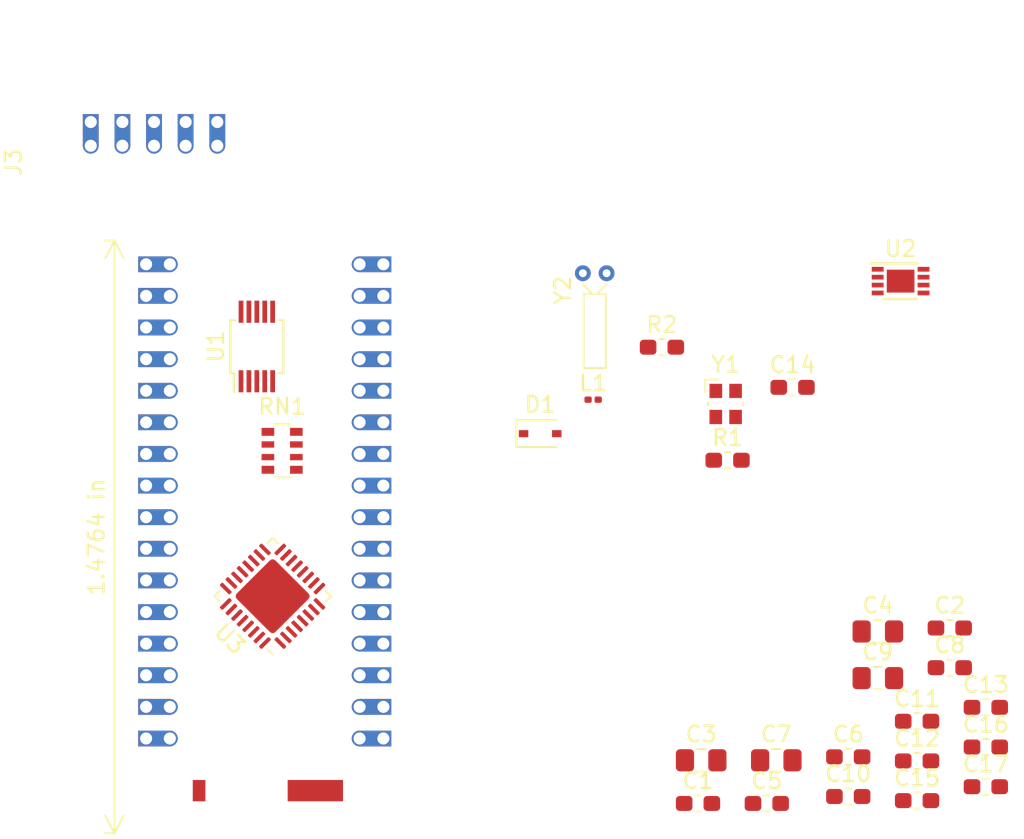
<source format=kicad_pcb>
(kicad_pcb (version 20171130) (host pcbnew "(5.1.2-1)-1")

  (general
    (thickness 1.6)
    (drawings 1)
    (tracks 0)
    (zones 0)
    (modules 31)
    (nets 38)
  )

  (page A4)
  (layers
    (0 F.Cu signal)
    (31 B.Cu signal)
    (32 B.Adhes user)
    (33 F.Adhes user)
    (34 B.Paste user)
    (35 F.Paste user)
    (36 B.SilkS user)
    (37 F.SilkS user)
    (38 B.Mask user)
    (39 F.Mask user)
    (40 Dwgs.User user)
    (41 Cmts.User user)
    (42 Eco1.User user)
    (43 Eco2.User user)
    (44 Edge.Cuts user)
    (45 Margin user)
    (46 B.CrtYd user)
    (47 F.CrtYd user)
    (48 B.Fab user)
    (49 F.Fab user)
  )

  (setup
    (last_trace_width 0.25)
    (trace_clearance 0.2)
    (zone_clearance 0.508)
    (zone_45_only no)
    (trace_min 0.2)
    (via_size 0.8)
    (via_drill 0.4)
    (via_min_size 0.4)
    (via_min_drill 0.3)
    (uvia_size 0.3)
    (uvia_drill 0.1)
    (uvias_allowed no)
    (uvia_min_size 0.2)
    (uvia_min_drill 0.1)
    (edge_width 0.05)
    (segment_width 0.2)
    (pcb_text_width 0.3)
    (pcb_text_size 1.5 1.5)
    (mod_edge_width 0.12)
    (mod_text_size 1 1)
    (mod_text_width 0.15)
    (pad_size 1.524 1.524)
    (pad_drill 0.762)
    (pad_to_mask_clearance 0.051)
    (solder_mask_min_width 0.25)
    (aux_axis_origin 0 0)
    (visible_elements FFFFFF7F)
    (pcbplotparams
      (layerselection 0x010fc_ffffffff)
      (usegerberextensions false)
      (usegerberattributes false)
      (usegerberadvancedattributes false)
      (creategerberjobfile false)
      (excludeedgelayer true)
      (linewidth 0.100000)
      (plotframeref false)
      (viasonmask false)
      (mode 1)
      (useauxorigin false)
      (hpglpennumber 1)
      (hpglpenspeed 20)
      (hpglpendiameter 15.000000)
      (psnegative false)
      (psa4output false)
      (plotreference true)
      (plotvalue true)
      (plotinvisibletext false)
      (padsonsilk false)
      (subtractmaskfromsilk false)
      (outputformat 1)
      (mirror false)
      (drillshape 1)
      (scaleselection 1)
      (outputdirectory ""))
  )

  (net 0 "")
  (net 1 +3.3VA)
  (net 2 GND)
  (net 3 /CHVP)
  (net 4 +3V3)
  (net 5 /GP08)
  (net 6 /BLSEL)
  (net 7 /GP10)
  (net 8 /GP07)
  (net 9 /GP03)
  (net 10 /GP04)
  (net 11 /GP05)
  (net 12 /GP02)
  (net 13 /GP06)
  (net 14 /GP01)
  (net 15 /GP00)
  (net 16 /ESP_ENABLE)
  (net 17 /ESP_RESET)
  (net 18 /GP11)
  (net 19 /GP12)
  (net 20 /GP14)
  (net 21 /GP17)
  (net 22 /GP16)
  (net 23 /GP13)
  (net 24 /GP15)
  (net 25 /ESPUSB+)
  (net 26 /ESP_TX)
  (net 27 /ESPUSB-)
  (net 28 /ESP_RX)
  (net 29 /CHUSB+)
  (net 30 /CHBL)
  (net 31 /CHUSB-)
  (net 32 /ANT)
  (net 33 "Net-(AE1-Pad1)")
  (net 34 "Net-(R1-Pad1)")
  (net 35 "Net-(C2-Pad1)")
  (net 36 "Net-(C5-Pad1)")
  (net 37 "Net-(U1-Pad10)")

  (net_class Default "This is the default net class."
    (clearance 0.2)
    (trace_width 0.25)
    (via_dia 0.8)
    (via_drill 0.4)
    (uvia_dia 0.3)
    (uvia_drill 0.1)
    (add_net +3.3VA)
    (add_net +3V3)
    (add_net /ANT)
    (add_net /BLSEL)
    (add_net /CHBL)
    (add_net /CHUSB+)
    (add_net /CHUSB-)
    (add_net /CHVP)
    (add_net /ESPUSB+)
    (add_net /ESPUSB-)
    (add_net /ESP_ENABLE)
    (add_net /ESP_RESET)
    (add_net /ESP_RX)
    (add_net /ESP_TX)
    (add_net /GP00)
    (add_net /GP01)
    (add_net /GP02)
    (add_net /GP03)
    (add_net /GP04)
    (add_net /GP05)
    (add_net /GP06)
    (add_net /GP07)
    (add_net /GP08)
    (add_net /GP10)
    (add_net /GP11)
    (add_net /GP12)
    (add_net /GP13)
    (add_net /GP14)
    (add_net /GP15)
    (add_net /GP16)
    (add_net /GP17)
    (add_net GND)
    (add_net "Net-(AE1-Pad1)")
    (add_net "Net-(C2-Pad1)")
    (add_net "Net-(C5-Pad1)")
    (add_net "Net-(R1-Pad1)")
    (add_net "Net-(U1-Pad10)")
  )

  (module Capacitor_SMD:C_0603_1608Metric_Pad1.05x0.95mm_HandSolder (layer F.Cu) (tedit 5B301BBE) (tstamp 5FDB10BE)
    (at 198.095 112.05)
    (descr "Capacitor SMD 0603 (1608 Metric), square (rectangular) end terminal, IPC_7351 nominal with elongated pad for handsoldering. (Body size source: http://www.tortai-tech.com/upload/download/2011102023233369053.pdf), generated with kicad-footprint-generator")
    (tags "capacitor handsolder")
    (path /6020A696)
    (attr smd)
    (fp_text reference C17 (at 0 -1.43) (layer F.SilkS)
      (effects (font (size 1 1) (thickness 0.15)))
    )
    (fp_text value 1uF (at 0 1.43) (layer F.Fab)
      (effects (font (size 1 1) (thickness 0.15)))
    )
    (fp_text user %R (at 0 0) (layer F.Fab)
      (effects (font (size 0.4 0.4) (thickness 0.06)))
    )
    (fp_line (start 1.65 0.73) (end -1.65 0.73) (layer F.CrtYd) (width 0.05))
    (fp_line (start 1.65 -0.73) (end 1.65 0.73) (layer F.CrtYd) (width 0.05))
    (fp_line (start -1.65 -0.73) (end 1.65 -0.73) (layer F.CrtYd) (width 0.05))
    (fp_line (start -1.65 0.73) (end -1.65 -0.73) (layer F.CrtYd) (width 0.05))
    (fp_line (start -0.171267 0.51) (end 0.171267 0.51) (layer F.SilkS) (width 0.12))
    (fp_line (start -0.171267 -0.51) (end 0.171267 -0.51) (layer F.SilkS) (width 0.12))
    (fp_line (start 0.8 0.4) (end -0.8 0.4) (layer F.Fab) (width 0.1))
    (fp_line (start 0.8 -0.4) (end 0.8 0.4) (layer F.Fab) (width 0.1))
    (fp_line (start -0.8 -0.4) (end 0.8 -0.4) (layer F.Fab) (width 0.1))
    (fp_line (start -0.8 0.4) (end -0.8 -0.4) (layer F.Fab) (width 0.1))
    (pad 2 smd roundrect (at 0.875 0) (size 1.05 0.95) (layers F.Cu F.Paste F.Mask) (roundrect_rratio 0.25)
      (net 2 GND))
    (pad 1 smd roundrect (at -0.875 0) (size 1.05 0.95) (layers F.Cu F.Paste F.Mask) (roundrect_rratio 0.25)
      (net 32 /ANT))
    (model ${KISYS3DMOD}/Capacitor_SMD.3dshapes/C_0603_1608Metric.wrl
      (at (xyz 0 0 0))
      (scale (xyz 1 1 1))
      (rotate (xyz 0 0 0))
    )
  )

  (module Capacitor_SMD:C_0603_1608Metric_Pad1.05x0.95mm_HandSolder (layer F.Cu) (tedit 5B301BBE) (tstamp 5FDB10AD)
    (at 198.095 109.54)
    (descr "Capacitor SMD 0603 (1608 Metric), square (rectangular) end terminal, IPC_7351 nominal with elongated pad for handsoldering. (Body size source: http://www.tortai-tech.com/upload/download/2011102023233369053.pdf), generated with kicad-footprint-generator")
    (tags "capacitor handsolder")
    (path /6020AF81)
    (attr smd)
    (fp_text reference C16 (at 0 -1.43) (layer F.SilkS)
      (effects (font (size 1 1) (thickness 0.15)))
    )
    (fp_text value 1uF (at 0 1.43) (layer F.Fab)
      (effects (font (size 1 1) (thickness 0.15)))
    )
    (fp_text user %R (at 0 0) (layer F.Fab)
      (effects (font (size 0.4 0.4) (thickness 0.06)))
    )
    (fp_line (start 1.65 0.73) (end -1.65 0.73) (layer F.CrtYd) (width 0.05))
    (fp_line (start 1.65 -0.73) (end 1.65 0.73) (layer F.CrtYd) (width 0.05))
    (fp_line (start -1.65 -0.73) (end 1.65 -0.73) (layer F.CrtYd) (width 0.05))
    (fp_line (start -1.65 0.73) (end -1.65 -0.73) (layer F.CrtYd) (width 0.05))
    (fp_line (start -0.171267 0.51) (end 0.171267 0.51) (layer F.SilkS) (width 0.12))
    (fp_line (start -0.171267 -0.51) (end 0.171267 -0.51) (layer F.SilkS) (width 0.12))
    (fp_line (start 0.8 0.4) (end -0.8 0.4) (layer F.Fab) (width 0.1))
    (fp_line (start 0.8 -0.4) (end 0.8 0.4) (layer F.Fab) (width 0.1))
    (fp_line (start -0.8 -0.4) (end 0.8 -0.4) (layer F.Fab) (width 0.1))
    (fp_line (start -0.8 0.4) (end -0.8 -0.4) (layer F.Fab) (width 0.1))
    (pad 2 smd roundrect (at 0.875 0) (size 1.05 0.95) (layers F.Cu F.Paste F.Mask) (roundrect_rratio 0.25)
      (net 2 GND))
    (pad 1 smd roundrect (at -0.875 0) (size 1.05 0.95) (layers F.Cu F.Paste F.Mask) (roundrect_rratio 0.25)
      (net 33 "Net-(AE1-Pad1)"))
    (model ${KISYS3DMOD}/Capacitor_SMD.3dshapes/C_0603_1608Metric.wrl
      (at (xyz 0 0 0))
      (scale (xyz 1 1 1))
      (rotate (xyz 0 0 0))
    )
  )

  (module Capacitor_SMD:C_0603_1608Metric_Pad1.05x0.95mm_HandSolder (layer F.Cu) (tedit 5B301BBE) (tstamp 5FDB109C)
    (at 193.745 112.93)
    (descr "Capacitor SMD 0603 (1608 Metric), square (rectangular) end terminal, IPC_7351 nominal with elongated pad for handsoldering. (Body size source: http://www.tortai-tech.com/upload/download/2011102023233369053.pdf), generated with kicad-footprint-generator")
    (tags "capacitor handsolder")
    (path /5FC3E8B8)
    (attr smd)
    (fp_text reference C15 (at 0 -1.43) (layer F.SilkS)
      (effects (font (size 1 1) (thickness 0.15)))
    )
    (fp_text value 10pF (at 0 1.43) (layer F.Fab)
      (effects (font (size 1 1) (thickness 0.15)))
    )
    (fp_text user %R (at 0 0) (layer F.Fab)
      (effects (font (size 0.4 0.4) (thickness 0.06)))
    )
    (fp_line (start 1.65 0.73) (end -1.65 0.73) (layer F.CrtYd) (width 0.05))
    (fp_line (start 1.65 -0.73) (end 1.65 0.73) (layer F.CrtYd) (width 0.05))
    (fp_line (start -1.65 -0.73) (end 1.65 -0.73) (layer F.CrtYd) (width 0.05))
    (fp_line (start -1.65 0.73) (end -1.65 -0.73) (layer F.CrtYd) (width 0.05))
    (fp_line (start -0.171267 0.51) (end 0.171267 0.51) (layer F.SilkS) (width 0.12))
    (fp_line (start -0.171267 -0.51) (end 0.171267 -0.51) (layer F.SilkS) (width 0.12))
    (fp_line (start 0.8 0.4) (end -0.8 0.4) (layer F.Fab) (width 0.1))
    (fp_line (start 0.8 -0.4) (end 0.8 0.4) (layer F.Fab) (width 0.1))
    (fp_line (start -0.8 -0.4) (end 0.8 -0.4) (layer F.Fab) (width 0.1))
    (fp_line (start -0.8 0.4) (end -0.8 -0.4) (layer F.Fab) (width 0.1))
    (pad 2 smd roundrect (at 0.875 0) (size 1.05 0.95) (layers F.Cu F.Paste F.Mask) (roundrect_rratio 0.25)
      (net 2 GND))
    (pad 1 smd roundrect (at -0.875 0) (size 1.05 0.95) (layers F.Cu F.Paste F.Mask) (roundrect_rratio 0.25)
      (net 14 /GP01))
    (model ${KISYS3DMOD}/Capacitor_SMD.3dshapes/C_0603_1608Metric.wrl
      (at (xyz 0 0 0))
      (scale (xyz 1 1 1))
      (rotate (xyz 0 0 0))
    )
  )

  (module Capacitor_SMD:C_0603_1608Metric_Pad1.05x0.95mm_HandSolder (layer F.Cu) (tedit 5B301BBE) (tstamp 5FDB106B)
    (at 198.095 107.03)
    (descr "Capacitor SMD 0603 (1608 Metric), square (rectangular) end terminal, IPC_7351 nominal with elongated pad for handsoldering. (Body size source: http://www.tortai-tech.com/upload/download/2011102023233369053.pdf), generated with kicad-footprint-generator")
    (tags "capacitor handsolder")
    (path /602A9F1B)
    (attr smd)
    (fp_text reference C13 (at 0 -1.43) (layer F.SilkS)
      (effects (font (size 1 1) (thickness 0.15)))
    )
    (fp_text value 100nF (at 0 1.43) (layer F.Fab)
      (effects (font (size 1 1) (thickness 0.15)))
    )
    (fp_text user %R (at 0 0) (layer F.Fab)
      (effects (font (size 0.4 0.4) (thickness 0.06)))
    )
    (fp_line (start 1.65 0.73) (end -1.65 0.73) (layer F.CrtYd) (width 0.05))
    (fp_line (start 1.65 -0.73) (end 1.65 0.73) (layer F.CrtYd) (width 0.05))
    (fp_line (start -1.65 -0.73) (end 1.65 -0.73) (layer F.CrtYd) (width 0.05))
    (fp_line (start -1.65 0.73) (end -1.65 -0.73) (layer F.CrtYd) (width 0.05))
    (fp_line (start -0.171267 0.51) (end 0.171267 0.51) (layer F.SilkS) (width 0.12))
    (fp_line (start -0.171267 -0.51) (end 0.171267 -0.51) (layer F.SilkS) (width 0.12))
    (fp_line (start 0.8 0.4) (end -0.8 0.4) (layer F.Fab) (width 0.1))
    (fp_line (start 0.8 -0.4) (end 0.8 0.4) (layer F.Fab) (width 0.1))
    (fp_line (start -0.8 -0.4) (end 0.8 -0.4) (layer F.Fab) (width 0.1))
    (fp_line (start -0.8 0.4) (end -0.8 -0.4) (layer F.Fab) (width 0.1))
    (pad 2 smd roundrect (at 0.875 0) (size 1.05 0.95) (layers F.Cu F.Paste F.Mask) (roundrect_rratio 0.25)
      (net 2 GND))
    (pad 1 smd roundrect (at -0.875 0) (size 1.05 0.95) (layers F.Cu F.Paste F.Mask) (roundrect_rratio 0.25)
      (net 4 +3V3))
    (model ${KISYS3DMOD}/Capacitor_SMD.3dshapes/C_0603_1608Metric.wrl
      (at (xyz 0 0 0))
      (scale (xyz 1 1 1))
      (rotate (xyz 0 0 0))
    )
  )

  (module Capacitor_SMD:C_0603_1608Metric_Pad1.05x0.95mm_HandSolder (layer F.Cu) (tedit 5B301BBE) (tstamp 5FDB105A)
    (at 193.745 110.42)
    (descr "Capacitor SMD 0603 (1608 Metric), square (rectangular) end terminal, IPC_7351 nominal with elongated pad for handsoldering. (Body size source: http://www.tortai-tech.com/upload/download/2011102023233369053.pdf), generated with kicad-footprint-generator")
    (tags "capacitor handsolder")
    (path /5FC3DCD8)
    (attr smd)
    (fp_text reference C12 (at 0 -1.43) (layer F.SilkS)
      (effects (font (size 1 1) (thickness 0.15)))
    )
    (fp_text value 10pF (at 0 1.43) (layer F.Fab)
      (effects (font (size 1 1) (thickness 0.15)))
    )
    (fp_text user %R (at 0 0) (layer F.Fab)
      (effects (font (size 0.4 0.4) (thickness 0.06)))
    )
    (fp_line (start 1.65 0.73) (end -1.65 0.73) (layer F.CrtYd) (width 0.05))
    (fp_line (start 1.65 -0.73) (end 1.65 0.73) (layer F.CrtYd) (width 0.05))
    (fp_line (start -1.65 -0.73) (end 1.65 -0.73) (layer F.CrtYd) (width 0.05))
    (fp_line (start -1.65 0.73) (end -1.65 -0.73) (layer F.CrtYd) (width 0.05))
    (fp_line (start -0.171267 0.51) (end 0.171267 0.51) (layer F.SilkS) (width 0.12))
    (fp_line (start -0.171267 -0.51) (end 0.171267 -0.51) (layer F.SilkS) (width 0.12))
    (fp_line (start 0.8 0.4) (end -0.8 0.4) (layer F.Fab) (width 0.1))
    (fp_line (start 0.8 -0.4) (end 0.8 0.4) (layer F.Fab) (width 0.1))
    (fp_line (start -0.8 -0.4) (end 0.8 -0.4) (layer F.Fab) (width 0.1))
    (fp_line (start -0.8 0.4) (end -0.8 -0.4) (layer F.Fab) (width 0.1))
    (pad 2 smd roundrect (at 0.875 0) (size 1.05 0.95) (layers F.Cu F.Paste F.Mask) (roundrect_rratio 0.25)
      (net 2 GND))
    (pad 1 smd roundrect (at -0.875 0) (size 1.05 0.95) (layers F.Cu F.Paste F.Mask) (roundrect_rratio 0.25)
      (net 15 /GP00))
    (model ${KISYS3DMOD}/Capacitor_SMD.3dshapes/C_0603_1608Metric.wrl
      (at (xyz 0 0 0))
      (scale (xyz 1 1 1))
      (rotate (xyz 0 0 0))
    )
  )

  (module Capacitor_SMD:C_0603_1608Metric_Pad1.05x0.95mm_HandSolder (layer F.Cu) (tedit 5B301BBE) (tstamp 5FDB1049)
    (at 193.745 107.91)
    (descr "Capacitor SMD 0603 (1608 Metric), square (rectangular) end terminal, IPC_7351 nominal with elongated pad for handsoldering. (Body size source: http://www.tortai-tech.com/upload/download/2011102023233369053.pdf), generated with kicad-footprint-generator")
    (tags "capacitor handsolder")
    (path /5FDB1ADC)
    (attr smd)
    (fp_text reference C11 (at 0 -1.43) (layer F.SilkS)
      (effects (font (size 1 1) (thickness 0.15)))
    )
    (fp_text value 1uF (at 0 1.43) (layer F.Fab)
      (effects (font (size 1 1) (thickness 0.15)))
    )
    (fp_text user %R (at 0 0) (layer F.Fab)
      (effects (font (size 0.4 0.4) (thickness 0.06)))
    )
    (fp_line (start 1.65 0.73) (end -1.65 0.73) (layer F.CrtYd) (width 0.05))
    (fp_line (start 1.65 -0.73) (end 1.65 0.73) (layer F.CrtYd) (width 0.05))
    (fp_line (start -1.65 -0.73) (end 1.65 -0.73) (layer F.CrtYd) (width 0.05))
    (fp_line (start -1.65 0.73) (end -1.65 -0.73) (layer F.CrtYd) (width 0.05))
    (fp_line (start -0.171267 0.51) (end 0.171267 0.51) (layer F.SilkS) (width 0.12))
    (fp_line (start -0.171267 -0.51) (end 0.171267 -0.51) (layer F.SilkS) (width 0.12))
    (fp_line (start 0.8 0.4) (end -0.8 0.4) (layer F.Fab) (width 0.1))
    (fp_line (start 0.8 -0.4) (end 0.8 0.4) (layer F.Fab) (width 0.1))
    (fp_line (start -0.8 -0.4) (end 0.8 -0.4) (layer F.Fab) (width 0.1))
    (fp_line (start -0.8 0.4) (end -0.8 -0.4) (layer F.Fab) (width 0.1))
    (pad 2 smd roundrect (at 0.875 0) (size 1.05 0.95) (layers F.Cu F.Paste F.Mask) (roundrect_rratio 0.25)
      (net 2 GND))
    (pad 1 smd roundrect (at -0.875 0) (size 1.05 0.95) (layers F.Cu F.Paste F.Mask) (roundrect_rratio 0.25)
      (net 4 +3V3))
    (model ${KISYS3DMOD}/Capacitor_SMD.3dshapes/C_0603_1608Metric.wrl
      (at (xyz 0 0 0))
      (scale (xyz 1 1 1))
      (rotate (xyz 0 0 0))
    )
  )

  (module Capacitor_SMD:C_0603_1608Metric_Pad1.05x0.95mm_HandSolder (layer F.Cu) (tedit 5B301BBE) (tstamp 5FDB1038)
    (at 189.395 112.67)
    (descr "Capacitor SMD 0603 (1608 Metric), square (rectangular) end terminal, IPC_7351 nominal with elongated pad for handsoldering. (Body size source: http://www.tortai-tech.com/upload/download/2011102023233369053.pdf), generated with kicad-footprint-generator")
    (tags "capacitor handsolder")
    (path /5FD60797)
    (attr smd)
    (fp_text reference C10 (at 0 -1.43) (layer F.SilkS)
      (effects (font (size 1 1) (thickness 0.15)))
    )
    (fp_text value 10pF (at 0 1.43) (layer F.Fab)
      (effects (font (size 1 1) (thickness 0.15)))
    )
    (fp_text user %R (at 0 0) (layer F.Fab)
      (effects (font (size 0.4 0.4) (thickness 0.06)))
    )
    (fp_line (start 1.65 0.73) (end -1.65 0.73) (layer F.CrtYd) (width 0.05))
    (fp_line (start 1.65 -0.73) (end 1.65 0.73) (layer F.CrtYd) (width 0.05))
    (fp_line (start -1.65 -0.73) (end 1.65 -0.73) (layer F.CrtYd) (width 0.05))
    (fp_line (start -1.65 0.73) (end -1.65 -0.73) (layer F.CrtYd) (width 0.05))
    (fp_line (start -0.171267 0.51) (end 0.171267 0.51) (layer F.SilkS) (width 0.12))
    (fp_line (start -0.171267 -0.51) (end 0.171267 -0.51) (layer F.SilkS) (width 0.12))
    (fp_line (start 0.8 0.4) (end -0.8 0.4) (layer F.Fab) (width 0.1))
    (fp_line (start 0.8 -0.4) (end 0.8 0.4) (layer F.Fab) (width 0.1))
    (fp_line (start -0.8 -0.4) (end 0.8 -0.4) (layer F.Fab) (width 0.1))
    (fp_line (start -0.8 0.4) (end -0.8 -0.4) (layer F.Fab) (width 0.1))
    (pad 2 smd roundrect (at 0.875 0) (size 1.05 0.95) (layers F.Cu F.Paste F.Mask) (roundrect_rratio 0.25)
      (net 2 GND))
    (pad 1 smd roundrect (at -0.875 0) (size 1.05 0.95) (layers F.Cu F.Paste F.Mask) (roundrect_rratio 0.25)
      (net 1 +3.3VA))
    (model ${KISYS3DMOD}/Capacitor_SMD.3dshapes/C_0603_1608Metric.wrl
      (at (xyz 0 0 0))
      (scale (xyz 1 1 1))
      (rotate (xyz 0 0 0))
    )
  )

  (module Capacitor_SMD:C_0805_2012Metric_Pad1.15x1.40mm_HandSolder (layer F.Cu) (tedit 5B36C52B) (tstamp 5FDB1027)
    (at 191.265 105.18)
    (descr "Capacitor SMD 0805 (2012 Metric), square (rectangular) end terminal, IPC_7351 nominal with elongated pad for handsoldering. (Body size source: https://docs.google.com/spreadsheets/d/1BsfQQcO9C6DZCsRaXUlFlo91Tg2WpOkGARC1WS5S8t0/edit?usp=sharing), generated with kicad-footprint-generator")
    (tags "capacitor handsolder")
    (path /5FDB1AE2)
    (attr smd)
    (fp_text reference C9 (at 0 -1.65) (layer F.SilkS)
      (effects (font (size 1 1) (thickness 0.15)))
    )
    (fp_text value 10uF (at 0 1.65) (layer F.Fab)
      (effects (font (size 1 1) (thickness 0.15)))
    )
    (fp_text user %R (at 0 0) (layer F.Fab)
      (effects (font (size 0.5 0.5) (thickness 0.08)))
    )
    (fp_line (start 1.85 0.95) (end -1.85 0.95) (layer F.CrtYd) (width 0.05))
    (fp_line (start 1.85 -0.95) (end 1.85 0.95) (layer F.CrtYd) (width 0.05))
    (fp_line (start -1.85 -0.95) (end 1.85 -0.95) (layer F.CrtYd) (width 0.05))
    (fp_line (start -1.85 0.95) (end -1.85 -0.95) (layer F.CrtYd) (width 0.05))
    (fp_line (start -0.261252 0.71) (end 0.261252 0.71) (layer F.SilkS) (width 0.12))
    (fp_line (start -0.261252 -0.71) (end 0.261252 -0.71) (layer F.SilkS) (width 0.12))
    (fp_line (start 1 0.6) (end -1 0.6) (layer F.Fab) (width 0.1))
    (fp_line (start 1 -0.6) (end 1 0.6) (layer F.Fab) (width 0.1))
    (fp_line (start -1 -0.6) (end 1 -0.6) (layer F.Fab) (width 0.1))
    (fp_line (start -1 0.6) (end -1 -0.6) (layer F.Fab) (width 0.1))
    (pad 2 smd roundrect (at 1.025 0) (size 1.15 1.4) (layers F.Cu F.Paste F.Mask) (roundrect_rratio 0.217391)
      (net 2 GND))
    (pad 1 smd roundrect (at -1.025 0) (size 1.15 1.4) (layers F.Cu F.Paste F.Mask) (roundrect_rratio 0.217391)
      (net 4 +3V3))
    (model ${KISYS3DMOD}/Capacitor_SMD.3dshapes/C_0805_2012Metric.wrl
      (at (xyz 0 0 0))
      (scale (xyz 1 1 1))
      (rotate (xyz 0 0 0))
    )
  )

  (module Capacitor_SMD:C_0603_1608Metric_Pad1.05x0.95mm_HandSolder (layer F.Cu) (tedit 5B301BBE) (tstamp 5FDB1016)
    (at 195.815 104.52)
    (descr "Capacitor SMD 0603 (1608 Metric), square (rectangular) end terminal, IPC_7351 nominal with elongated pad for handsoldering. (Body size source: http://www.tortai-tech.com/upload/download/2011102023233369053.pdf), generated with kicad-footprint-generator")
    (tags "capacitor handsolder")
    (path /5FD60FB3)
    (attr smd)
    (fp_text reference C8 (at 0 -1.43) (layer F.SilkS)
      (effects (font (size 1 1) (thickness 0.15)))
    )
    (fp_text value 100nF (at 0 1.43) (layer F.Fab)
      (effects (font (size 1 1) (thickness 0.15)))
    )
    (fp_text user %R (at 0 0) (layer F.Fab)
      (effects (font (size 0.4 0.4) (thickness 0.06)))
    )
    (fp_line (start 1.65 0.73) (end -1.65 0.73) (layer F.CrtYd) (width 0.05))
    (fp_line (start 1.65 -0.73) (end 1.65 0.73) (layer F.CrtYd) (width 0.05))
    (fp_line (start -1.65 -0.73) (end 1.65 -0.73) (layer F.CrtYd) (width 0.05))
    (fp_line (start -1.65 0.73) (end -1.65 -0.73) (layer F.CrtYd) (width 0.05))
    (fp_line (start -0.171267 0.51) (end 0.171267 0.51) (layer F.SilkS) (width 0.12))
    (fp_line (start -0.171267 -0.51) (end 0.171267 -0.51) (layer F.SilkS) (width 0.12))
    (fp_line (start 0.8 0.4) (end -0.8 0.4) (layer F.Fab) (width 0.1))
    (fp_line (start 0.8 -0.4) (end 0.8 0.4) (layer F.Fab) (width 0.1))
    (fp_line (start -0.8 -0.4) (end 0.8 -0.4) (layer F.Fab) (width 0.1))
    (fp_line (start -0.8 0.4) (end -0.8 -0.4) (layer F.Fab) (width 0.1))
    (pad 2 smd roundrect (at 0.875 0) (size 1.05 0.95) (layers F.Cu F.Paste F.Mask) (roundrect_rratio 0.25)
      (net 2 GND))
    (pad 1 smd roundrect (at -0.875 0) (size 1.05 0.95) (layers F.Cu F.Paste F.Mask) (roundrect_rratio 0.25)
      (net 1 +3.3VA))
    (model ${KISYS3DMOD}/Capacitor_SMD.3dshapes/C_0603_1608Metric.wrl
      (at (xyz 0 0 0))
      (scale (xyz 1 1 1))
      (rotate (xyz 0 0 0))
    )
  )

  (module Capacitor_SMD:C_0805_2012Metric_Pad1.15x1.40mm_HandSolder (layer F.Cu) (tedit 5B36C52B) (tstamp 5FDB1005)
    (at 184.845 110.38)
    (descr "Capacitor SMD 0805 (2012 Metric), square (rectangular) end terminal, IPC_7351 nominal with elongated pad for handsoldering. (Body size source: https://docs.google.com/spreadsheets/d/1BsfQQcO9C6DZCsRaXUlFlo91Tg2WpOkGARC1WS5S8t0/edit?usp=sharing), generated with kicad-footprint-generator")
    (tags "capacitor handsolder")
    (path /5FDB1AE8)
    (attr smd)
    (fp_text reference C7 (at 0 -1.65) (layer F.SilkS)
      (effects (font (size 1 1) (thickness 0.15)))
    )
    (fp_text value 10uF (at 0 1.65) (layer F.Fab)
      (effects (font (size 1 1) (thickness 0.15)))
    )
    (fp_text user %R (at 0 0) (layer F.Fab)
      (effects (font (size 0.5 0.5) (thickness 0.08)))
    )
    (fp_line (start 1.85 0.95) (end -1.85 0.95) (layer F.CrtYd) (width 0.05))
    (fp_line (start 1.85 -0.95) (end 1.85 0.95) (layer F.CrtYd) (width 0.05))
    (fp_line (start -1.85 -0.95) (end 1.85 -0.95) (layer F.CrtYd) (width 0.05))
    (fp_line (start -1.85 0.95) (end -1.85 -0.95) (layer F.CrtYd) (width 0.05))
    (fp_line (start -0.261252 0.71) (end 0.261252 0.71) (layer F.SilkS) (width 0.12))
    (fp_line (start -0.261252 -0.71) (end 0.261252 -0.71) (layer F.SilkS) (width 0.12))
    (fp_line (start 1 0.6) (end -1 0.6) (layer F.Fab) (width 0.1))
    (fp_line (start 1 -0.6) (end 1 0.6) (layer F.Fab) (width 0.1))
    (fp_line (start -1 -0.6) (end 1 -0.6) (layer F.Fab) (width 0.1))
    (fp_line (start -1 0.6) (end -1 -0.6) (layer F.Fab) (width 0.1))
    (pad 2 smd roundrect (at 1.025 0) (size 1.15 1.4) (layers F.Cu F.Paste F.Mask) (roundrect_rratio 0.217391)
      (net 2 GND))
    (pad 1 smd roundrect (at -1.025 0) (size 1.15 1.4) (layers F.Cu F.Paste F.Mask) (roundrect_rratio 0.217391)
      (net 4 +3V3))
    (model ${KISYS3DMOD}/Capacitor_SMD.3dshapes/C_0805_2012Metric.wrl
      (at (xyz 0 0 0))
      (scale (xyz 1 1 1))
      (rotate (xyz 0 0 0))
    )
  )

  (module Capacitor_SMD:C_0603_1608Metric_Pad1.05x0.95mm_HandSolder (layer F.Cu) (tedit 5B301BBE) (tstamp 5FDB0FF4)
    (at 189.395 110.16)
    (descr "Capacitor SMD 0603 (1608 Metric), square (rectangular) end terminal, IPC_7351 nominal with elongated pad for handsoldering. (Body size source: http://www.tortai-tech.com/upload/download/2011102023233369053.pdf), generated with kicad-footprint-generator")
    (tags "capacitor handsolder")
    (path /5FD61226)
    (attr smd)
    (fp_text reference C6 (at 0 -1.43) (layer F.SilkS)
      (effects (font (size 1 1) (thickness 0.15)))
    )
    (fp_text value 1uF (at 0 1.43) (layer F.Fab)
      (effects (font (size 1 1) (thickness 0.15)))
    )
    (fp_text user %R (at 0 0) (layer F.Fab)
      (effects (font (size 0.4 0.4) (thickness 0.06)))
    )
    (fp_line (start 1.65 0.73) (end -1.65 0.73) (layer F.CrtYd) (width 0.05))
    (fp_line (start 1.65 -0.73) (end 1.65 0.73) (layer F.CrtYd) (width 0.05))
    (fp_line (start -1.65 -0.73) (end 1.65 -0.73) (layer F.CrtYd) (width 0.05))
    (fp_line (start -1.65 0.73) (end -1.65 -0.73) (layer F.CrtYd) (width 0.05))
    (fp_line (start -0.171267 0.51) (end 0.171267 0.51) (layer F.SilkS) (width 0.12))
    (fp_line (start -0.171267 -0.51) (end 0.171267 -0.51) (layer F.SilkS) (width 0.12))
    (fp_line (start 0.8 0.4) (end -0.8 0.4) (layer F.Fab) (width 0.1))
    (fp_line (start 0.8 -0.4) (end 0.8 0.4) (layer F.Fab) (width 0.1))
    (fp_line (start -0.8 -0.4) (end 0.8 -0.4) (layer F.Fab) (width 0.1))
    (fp_line (start -0.8 0.4) (end -0.8 -0.4) (layer F.Fab) (width 0.1))
    (pad 2 smd roundrect (at 0.875 0) (size 1.05 0.95) (layers F.Cu F.Paste F.Mask) (roundrect_rratio 0.25)
      (net 2 GND))
    (pad 1 smd roundrect (at -0.875 0) (size 1.05 0.95) (layers F.Cu F.Paste F.Mask) (roundrect_rratio 0.25)
      (net 1 +3.3VA))
    (model ${KISYS3DMOD}/Capacitor_SMD.3dshapes/C_0603_1608Metric.wrl
      (at (xyz 0 0 0))
      (scale (xyz 1 1 1))
      (rotate (xyz 0 0 0))
    )
  )

  (module Capacitor_SMD:C_0603_1608Metric_Pad1.05x0.95mm_HandSolder (layer F.Cu) (tedit 5B301BBE) (tstamp 5FDB0FE3)
    (at 184.245 113.11)
    (descr "Capacitor SMD 0603 (1608 Metric), square (rectangular) end terminal, IPC_7351 nominal with elongated pad for handsoldering. (Body size source: http://www.tortai-tech.com/upload/download/2011102023233369053.pdf), generated with kicad-footprint-generator")
    (tags "capacitor handsolder")
    (path /5FC4C48E)
    (attr smd)
    (fp_text reference C5 (at 0 -1.43) (layer F.SilkS)
      (effects (font (size 1 1) (thickness 0.15)))
    )
    (fp_text value 10nF (at 0 1.43) (layer F.Fab)
      (effects (font (size 1 1) (thickness 0.15)))
    )
    (fp_text user %R (at 0 0) (layer F.Fab)
      (effects (font (size 0.4 0.4) (thickness 0.06)))
    )
    (fp_line (start 1.65 0.73) (end -1.65 0.73) (layer F.CrtYd) (width 0.05))
    (fp_line (start 1.65 -0.73) (end 1.65 0.73) (layer F.CrtYd) (width 0.05))
    (fp_line (start -1.65 -0.73) (end 1.65 -0.73) (layer F.CrtYd) (width 0.05))
    (fp_line (start -1.65 0.73) (end -1.65 -0.73) (layer F.CrtYd) (width 0.05))
    (fp_line (start -0.171267 0.51) (end 0.171267 0.51) (layer F.SilkS) (width 0.12))
    (fp_line (start -0.171267 -0.51) (end 0.171267 -0.51) (layer F.SilkS) (width 0.12))
    (fp_line (start 0.8 0.4) (end -0.8 0.4) (layer F.Fab) (width 0.1))
    (fp_line (start 0.8 -0.4) (end 0.8 0.4) (layer F.Fab) (width 0.1))
    (fp_line (start -0.8 -0.4) (end 0.8 -0.4) (layer F.Fab) (width 0.1))
    (fp_line (start -0.8 0.4) (end -0.8 -0.4) (layer F.Fab) (width 0.1))
    (pad 2 smd roundrect (at 0.875 0) (size 1.05 0.95) (layers F.Cu F.Paste F.Mask) (roundrect_rratio 0.25)
      (net 2 GND))
    (pad 1 smd roundrect (at -0.875 0) (size 1.05 0.95) (layers F.Cu F.Paste F.Mask) (roundrect_rratio 0.25)
      (net 36 "Net-(C5-Pad1)"))
    (model ${KISYS3DMOD}/Capacitor_SMD.3dshapes/C_0603_1608Metric.wrl
      (at (xyz 0 0 0))
      (scale (xyz 1 1 1))
      (rotate (xyz 0 0 0))
    )
  )

  (module Capacitor_SMD:C_0805_2012Metric_Pad1.15x1.40mm_HandSolder (layer F.Cu) (tedit 5B36C52B) (tstamp 5FDB0FD2)
    (at 191.265 102.23)
    (descr "Capacitor SMD 0805 (2012 Metric), square (rectangular) end terminal, IPC_7351 nominal with elongated pad for handsoldering. (Body size source: https://docs.google.com/spreadsheets/d/1BsfQQcO9C6DZCsRaXUlFlo91Tg2WpOkGARC1WS5S8t0/edit?usp=sharing), generated with kicad-footprint-generator")
    (tags "capacitor handsolder")
    (path /5FDB1AEE)
    (attr smd)
    (fp_text reference C4 (at 0 -1.65) (layer F.SilkS)
      (effects (font (size 1 1) (thickness 0.15)))
    )
    (fp_text value "22uF 0805" (at 0 1.65) (layer F.Fab)
      (effects (font (size 1 1) (thickness 0.15)))
    )
    (fp_text user %R (at 0 0) (layer F.Fab)
      (effects (font (size 0.5 0.5) (thickness 0.08)))
    )
    (fp_line (start 1.85 0.95) (end -1.85 0.95) (layer F.CrtYd) (width 0.05))
    (fp_line (start 1.85 -0.95) (end 1.85 0.95) (layer F.CrtYd) (width 0.05))
    (fp_line (start -1.85 -0.95) (end 1.85 -0.95) (layer F.CrtYd) (width 0.05))
    (fp_line (start -1.85 0.95) (end -1.85 -0.95) (layer F.CrtYd) (width 0.05))
    (fp_line (start -0.261252 0.71) (end 0.261252 0.71) (layer F.SilkS) (width 0.12))
    (fp_line (start -0.261252 -0.71) (end 0.261252 -0.71) (layer F.SilkS) (width 0.12))
    (fp_line (start 1 0.6) (end -1 0.6) (layer F.Fab) (width 0.1))
    (fp_line (start 1 -0.6) (end 1 0.6) (layer F.Fab) (width 0.1))
    (fp_line (start -1 -0.6) (end 1 -0.6) (layer F.Fab) (width 0.1))
    (fp_line (start -1 0.6) (end -1 -0.6) (layer F.Fab) (width 0.1))
    (pad 2 smd roundrect (at 1.025 0) (size 1.15 1.4) (layers F.Cu F.Paste F.Mask) (roundrect_rratio 0.217391)
      (net 2 GND))
    (pad 1 smd roundrect (at -1.025 0) (size 1.15 1.4) (layers F.Cu F.Paste F.Mask) (roundrect_rratio 0.217391)
      (net 4 +3V3))
    (model ${KISYS3DMOD}/Capacitor_SMD.3dshapes/C_0805_2012Metric.wrl
      (at (xyz 0 0 0))
      (scale (xyz 1 1 1))
      (rotate (xyz 0 0 0))
    )
  )

  (module Capacitor_SMD:C_0805_2012Metric_Pad1.15x1.40mm_HandSolder (layer F.Cu) (tedit 5B36C52B) (tstamp 5FDB0FC1)
    (at 180.095 110.38)
    (descr "Capacitor SMD 0805 (2012 Metric), square (rectangular) end terminal, IPC_7351 nominal with elongated pad for handsoldering. (Body size source: https://docs.google.com/spreadsheets/d/1BsfQQcO9C6DZCsRaXUlFlo91Tg2WpOkGARC1WS5S8t0/edit?usp=sharing), generated with kicad-footprint-generator")
    (tags "capacitor handsolder")
    (path /5FD61551)
    (attr smd)
    (fp_text reference C3 (at 0 -1.65) (layer F.SilkS)
      (effects (font (size 1 1) (thickness 0.15)))
    )
    (fp_text value "22uF 0805" (at 0 1.65) (layer F.Fab)
      (effects (font (size 1 1) (thickness 0.15)))
    )
    (fp_text user %R (at 0 0) (layer F.Fab)
      (effects (font (size 0.5 0.5) (thickness 0.08)))
    )
    (fp_line (start 1.85 0.95) (end -1.85 0.95) (layer F.CrtYd) (width 0.05))
    (fp_line (start 1.85 -0.95) (end 1.85 0.95) (layer F.CrtYd) (width 0.05))
    (fp_line (start -1.85 -0.95) (end 1.85 -0.95) (layer F.CrtYd) (width 0.05))
    (fp_line (start -1.85 0.95) (end -1.85 -0.95) (layer F.CrtYd) (width 0.05))
    (fp_line (start -0.261252 0.71) (end 0.261252 0.71) (layer F.SilkS) (width 0.12))
    (fp_line (start -0.261252 -0.71) (end 0.261252 -0.71) (layer F.SilkS) (width 0.12))
    (fp_line (start 1 0.6) (end -1 0.6) (layer F.Fab) (width 0.1))
    (fp_line (start 1 -0.6) (end 1 0.6) (layer F.Fab) (width 0.1))
    (fp_line (start -1 -0.6) (end 1 -0.6) (layer F.Fab) (width 0.1))
    (fp_line (start -1 0.6) (end -1 -0.6) (layer F.Fab) (width 0.1))
    (pad 2 smd roundrect (at 1.025 0) (size 1.15 1.4) (layers F.Cu F.Paste F.Mask) (roundrect_rratio 0.217391)
      (net 2 GND))
    (pad 1 smd roundrect (at -1.025 0) (size 1.15 1.4) (layers F.Cu F.Paste F.Mask) (roundrect_rratio 0.217391)
      (net 1 +3.3VA))
    (model ${KISYS3DMOD}/Capacitor_SMD.3dshapes/C_0805_2012Metric.wrl
      (at (xyz 0 0 0))
      (scale (xyz 1 1 1))
      (rotate (xyz 0 0 0))
    )
  )

  (module Capacitor_SMD:C_0603_1608Metric_Pad1.05x0.95mm_HandSolder (layer F.Cu) (tedit 5B301BBE) (tstamp 5FDB0FB0)
    (at 195.815 102.01)
    (descr "Capacitor SMD 0603 (1608 Metric), square (rectangular) end terminal, IPC_7351 nominal with elongated pad for handsoldering. (Body size source: http://www.tortai-tech.com/upload/download/2011102023233369053.pdf), generated with kicad-footprint-generator")
    (tags "capacitor handsolder")
    (path /5FC4C488)
    (attr smd)
    (fp_text reference C2 (at 0 -1.43) (layer F.SilkS)
      (effects (font (size 1 1) (thickness 0.15)))
    )
    (fp_text value 10nF (at 0 1.43) (layer F.Fab)
      (effects (font (size 1 1) (thickness 0.15)))
    )
    (fp_text user %R (at 0 0) (layer F.Fab)
      (effects (font (size 0.4 0.4) (thickness 0.06)))
    )
    (fp_line (start 1.65 0.73) (end -1.65 0.73) (layer F.CrtYd) (width 0.05))
    (fp_line (start 1.65 -0.73) (end 1.65 0.73) (layer F.CrtYd) (width 0.05))
    (fp_line (start -1.65 -0.73) (end 1.65 -0.73) (layer F.CrtYd) (width 0.05))
    (fp_line (start -1.65 0.73) (end -1.65 -0.73) (layer F.CrtYd) (width 0.05))
    (fp_line (start -0.171267 0.51) (end 0.171267 0.51) (layer F.SilkS) (width 0.12))
    (fp_line (start -0.171267 -0.51) (end 0.171267 -0.51) (layer F.SilkS) (width 0.12))
    (fp_line (start 0.8 0.4) (end -0.8 0.4) (layer F.Fab) (width 0.1))
    (fp_line (start 0.8 -0.4) (end 0.8 0.4) (layer F.Fab) (width 0.1))
    (fp_line (start -0.8 -0.4) (end 0.8 -0.4) (layer F.Fab) (width 0.1))
    (fp_line (start -0.8 0.4) (end -0.8 -0.4) (layer F.Fab) (width 0.1))
    (pad 2 smd roundrect (at 0.875 0) (size 1.05 0.95) (layers F.Cu F.Paste F.Mask) (roundrect_rratio 0.25)
      (net 2 GND))
    (pad 1 smd roundrect (at -0.875 0) (size 1.05 0.95) (layers F.Cu F.Paste F.Mask) (roundrect_rratio 0.25)
      (net 35 "Net-(C2-Pad1)"))
    (model ${KISYS3DMOD}/Capacitor_SMD.3dshapes/C_0603_1608Metric.wrl
      (at (xyz 0 0 0))
      (scale (xyz 1 1 1))
      (rotate (xyz 0 0 0))
    )
  )

  (module Capacitor_SMD:C_0603_1608Metric_Pad1.05x0.95mm_HandSolder (layer F.Cu) (tedit 5B301BBE) (tstamp 5FDB0F9F)
    (at 179.895 113.11)
    (descr "Capacitor SMD 0603 (1608 Metric), square (rectangular) end terminal, IPC_7351 nominal with elongated pad for handsoldering. (Body size source: http://www.tortai-tech.com/upload/download/2011102023233369053.pdf), generated with kicad-footprint-generator")
    (tags "capacitor handsolder")
    (path /601B7374)
    (attr smd)
    (fp_text reference C1 (at 0 -1.43) (layer F.SilkS)
      (effects (font (size 1 1) (thickness 0.15)))
    )
    (fp_text value 100nF (at 0 1.43) (layer F.Fab)
      (effects (font (size 1 1) (thickness 0.15)))
    )
    (fp_text user %R (at 0 0) (layer F.Fab)
      (effects (font (size 0.4 0.4) (thickness 0.06)))
    )
    (fp_line (start 1.65 0.73) (end -1.65 0.73) (layer F.CrtYd) (width 0.05))
    (fp_line (start 1.65 -0.73) (end 1.65 0.73) (layer F.CrtYd) (width 0.05))
    (fp_line (start -1.65 -0.73) (end 1.65 -0.73) (layer F.CrtYd) (width 0.05))
    (fp_line (start -1.65 0.73) (end -1.65 -0.73) (layer F.CrtYd) (width 0.05))
    (fp_line (start -0.171267 0.51) (end 0.171267 0.51) (layer F.SilkS) (width 0.12))
    (fp_line (start -0.171267 -0.51) (end 0.171267 -0.51) (layer F.SilkS) (width 0.12))
    (fp_line (start 0.8 0.4) (end -0.8 0.4) (layer F.Fab) (width 0.1))
    (fp_line (start 0.8 -0.4) (end 0.8 0.4) (layer F.Fab) (width 0.1))
    (fp_line (start -0.8 -0.4) (end 0.8 -0.4) (layer F.Fab) (width 0.1))
    (fp_line (start -0.8 0.4) (end -0.8 -0.4) (layer F.Fab) (width 0.1))
    (pad 2 smd roundrect (at 0.875 0) (size 1.05 0.95) (layers F.Cu F.Paste F.Mask) (roundrect_rratio 0.25)
      (net 2 GND))
    (pad 1 smd roundrect (at -0.875 0) (size 1.05 0.95) (layers F.Cu F.Paste F.Mask) (roundrect_rratio 0.25)
      (net 18 /GP11))
    (model ${KISYS3DMOD}/Capacitor_SMD.3dshapes/C_0603_1608Metric.wrl
      (at (xyz 0 0 0))
      (scale (xyz 1 1 1))
      (rotate (xyz 0 0 0))
    )
  )

  (module footprint:ACAG0801-2450-T (layer F.Cu) (tedit 5FD8CB24) (tstamp 5FDB0F8E)
    (at 148.5 113)
    (path /6025AEC1)
    (fp_text reference AE1 (at 8.15 2.875) (layer F.SilkS) hide
      (effects (font (size 1 1) (thickness 0.15)))
    )
    (fp_text value Antenna (at -0.675 -6.25) (layer F.Fab) hide
      (effects (font (size 1 1) (thickness 0.15)))
    )
    (fp_poly (pts (xy -0.75 1.65) (xy 9.25 1.65) (xy 9.25 -5.35) (xy -0.75 -5.35)) (layer Margin) (width 0.15))
    (fp_poly (pts (xy -0.775 1.65) (xy 9.225 1.65) (xy 9.225 -5.35) (xy -0.775 -5.35)) (layer F.Mask) (width 0.15))
    (pad 1 smd rect (at 7.2 -0.7) (size 3.5 1.35) (layers F.Cu F.Paste F.Mask)
      (net 33 "Net-(AE1-Pad1)"))
    (pad 2 smd rect (at -0.15 -0.7) (size 0.8 1.35) (layers F.Cu F.Paste F.Mask))
  )

  (module Capacitor_SMD:C_0603_1608Metric_Pad1.05x0.95mm_HandSolder (layer F.Cu) (tedit 5B301BBE) (tstamp 5FDB0768)
    (at 185.875001 86.785001)
    (descr "Capacitor SMD 0603 (1608 Metric), square (rectangular) end terminal, IPC_7351 nominal with elongated pad for handsoldering. (Body size source: http://www.tortai-tech.com/upload/download/2011102023233369053.pdf), generated with kicad-footprint-generator")
    (tags "capacitor handsolder")
    (path /602EB8FC)
    (attr smd)
    (fp_text reference C14 (at 0 -1.43) (layer F.SilkS)
      (effects (font (size 1 1) (thickness 0.15)))
    )
    (fp_text value 100nF (at 0 1.43) (layer F.Fab)
      (effects (font (size 1 1) (thickness 0.15)))
    )
    (fp_line (start -0.8 0.4) (end -0.8 -0.4) (layer F.Fab) (width 0.1))
    (fp_line (start -0.8 -0.4) (end 0.8 -0.4) (layer F.Fab) (width 0.1))
    (fp_line (start 0.8 -0.4) (end 0.8 0.4) (layer F.Fab) (width 0.1))
    (fp_line (start 0.8 0.4) (end -0.8 0.4) (layer F.Fab) (width 0.1))
    (fp_line (start -0.171267 -0.51) (end 0.171267 -0.51) (layer F.SilkS) (width 0.12))
    (fp_line (start -0.171267 0.51) (end 0.171267 0.51) (layer F.SilkS) (width 0.12))
    (fp_line (start -1.65 0.73) (end -1.65 -0.73) (layer F.CrtYd) (width 0.05))
    (fp_line (start -1.65 -0.73) (end 1.65 -0.73) (layer F.CrtYd) (width 0.05))
    (fp_line (start 1.65 -0.73) (end 1.65 0.73) (layer F.CrtYd) (width 0.05))
    (fp_line (start 1.65 0.73) (end -1.65 0.73) (layer F.CrtYd) (width 0.05))
    (fp_text user %R (at 0 0) (layer F.Fab)
      (effects (font (size 0.4 0.4) (thickness 0.06)))
    )
    (pad 1 smd roundrect (at -0.875 0) (size 1.05 0.95) (layers F.Cu F.Paste F.Mask) (roundrect_rratio 0.25)
      (net 1 +3.3VA))
    (pad 2 smd roundrect (at 0.875 0) (size 1.05 0.95) (layers F.Cu F.Paste F.Mask) (roundrect_rratio 0.25)
      (net 2 GND))
    (model ${KISYS3DMOD}/Capacitor_SMD.3dshapes/C_0603_1608Metric.wrl
      (at (xyz 0 0 0))
      (scale (xyz 1 1 1))
      (rotate (xyz 0 0 0))
    )
  )

  (module Diode_SMD:D_SOD-323 (layer F.Cu) (tedit 58641739) (tstamp 5FDB0780)
    (at 169.915001 89.715001)
    (descr SOD-323)
    (tags SOD-323)
    (path /600B8C08)
    (attr smd)
    (fp_text reference D1 (at 0 -1.85) (layer F.SilkS)
      (effects (font (size 1 1) (thickness 0.15)))
    )
    (fp_text value D_ALT (at 0.1 1.9) (layer F.Fab)
      (effects (font (size 1 1) (thickness 0.15)))
    )
    (fp_text user %R (at 0 -1.85) (layer F.Fab)
      (effects (font (size 1 1) (thickness 0.15)))
    )
    (fp_line (start -1.5 -0.85) (end -1.5 0.85) (layer F.SilkS) (width 0.12))
    (fp_line (start 0.2 0) (end 0.45 0) (layer F.Fab) (width 0.1))
    (fp_line (start 0.2 0.35) (end -0.3 0) (layer F.Fab) (width 0.1))
    (fp_line (start 0.2 -0.35) (end 0.2 0.35) (layer F.Fab) (width 0.1))
    (fp_line (start -0.3 0) (end 0.2 -0.35) (layer F.Fab) (width 0.1))
    (fp_line (start -0.3 0) (end -0.5 0) (layer F.Fab) (width 0.1))
    (fp_line (start -0.3 -0.35) (end -0.3 0.35) (layer F.Fab) (width 0.1))
    (fp_line (start -0.9 0.7) (end -0.9 -0.7) (layer F.Fab) (width 0.1))
    (fp_line (start 0.9 0.7) (end -0.9 0.7) (layer F.Fab) (width 0.1))
    (fp_line (start 0.9 -0.7) (end 0.9 0.7) (layer F.Fab) (width 0.1))
    (fp_line (start -0.9 -0.7) (end 0.9 -0.7) (layer F.Fab) (width 0.1))
    (fp_line (start -1.6 -0.95) (end 1.6 -0.95) (layer F.CrtYd) (width 0.05))
    (fp_line (start 1.6 -0.95) (end 1.6 0.95) (layer F.CrtYd) (width 0.05))
    (fp_line (start -1.6 0.95) (end 1.6 0.95) (layer F.CrtYd) (width 0.05))
    (fp_line (start -1.6 -0.95) (end -1.6 0.95) (layer F.CrtYd) (width 0.05))
    (fp_line (start -1.5 0.85) (end 1.05 0.85) (layer F.SilkS) (width 0.12))
    (fp_line (start -1.5 -0.85) (end 1.05 -0.85) (layer F.SilkS) (width 0.12))
    (pad 1 smd rect (at -1.05 0) (size 0.6 0.45) (layers F.Cu F.Paste F.Mask)
      (net 3 /CHVP))
    (pad 2 smd rect (at 1.05 0) (size 0.6 0.45) (layers F.Cu F.Paste F.Mask)
      (net 4 +3V3))
    (model ${KISYS3DMOD}/Diode_SMD.3dshapes/D_SOD-323.wrl
      (at (xyz 0 0 0))
      (scale (xyz 1 1 1))
      (rotate (xyz 0 0 0))
    )
  )

  (module footprint:01x16_castlations (layer F.Cu) (tedit 5FDA9CA2) (tstamp 5FDB25F6)
    (at 145 94)
    (path /600CD33B)
    (fp_text reference J1 (at 4 0 90) (layer F.SilkS) hide
      (effects (font (size 1 1) (thickness 0.15)))
    )
    (fp_text value Conn_01x16_Male (at 0 5.08) (layer F.Fab)
      (effects (font (size 1 1) (thickness 0.15)))
    )
    (pad 16 thru_hole rect (at 0 15) (size 2 1) (drill 0.762 (offset 0.5 0)) (layers *.Cu *.Mask)
      (net 2 GND))
    (pad 16 thru_hole circle (at 1.5 15) (size 1 1) (drill 0.762) (layers *.Cu *.Mask)
      (net 2 GND))
    (pad 12 thru_hole circle (at 1.5 7) (size 1 1) (drill 0.762) (layers *.Cu *.Mask)
      (net 5 /GP08))
    (pad 13 thru_hole rect (at 0 9) (size 2 1) (drill 0.762 (offset 0.5 0)) (layers *.Cu *.Mask)
      (net 6 /BLSEL))
    (pad 14 thru_hole circle (at 1.5 11) (size 1 1) (drill 0.762) (layers *.Cu *.Mask)
      (net 7 /GP10))
    (pad 11 thru_hole rect (at 0 5) (size 2 1) (drill 0.762 (offset 0.5 0)) (layers *.Cu *.Mask)
      (net 8 /GP07))
    (pad 13 thru_hole circle (at 1.5 9) (size 1 1) (drill 0.762) (layers *.Cu *.Mask)
      (net 6 /BLSEL))
    (pad 11 thru_hole circle (at 1.5 5) (size 1 1) (drill 0.762) (layers *.Cu *.Mask)
      (net 8 /GP07))
    (pad 15 thru_hole circle (at 1.5 13) (size 1 1) (drill 0.762) (layers *.Cu *.Mask)
      (net 2 GND))
    (pad 14 thru_hole rect (at 0 11) (size 2 1) (drill 0.762 (offset 0.5 0)) (layers *.Cu *.Mask)
      (net 7 /GP10))
    (pad 15 thru_hole rect (at 0 13) (size 2 1) (drill 0.762 (offset 0.5 0)) (layers *.Cu *.Mask)
      (net 2 GND))
    (pad 12 thru_hole rect (at 0 7) (size 2 1) (drill 0.762 (offset 0.5 0)) (layers *.Cu *.Mask)
      (net 5 /GP08))
    (pad 7 thru_hole circle (at 1.5 -3) (size 1 1) (drill 0.762) (layers *.Cu *.Mask)
      (net 9 /GP03))
    (pad 8 thru_hole rect (at 0 -1) (size 2 1) (drill 0.762 (offset 0.5 0)) (layers *.Cu *.Mask)
      (net 10 /GP04))
    (pad 9 thru_hole circle (at 1.5 1) (size 1 1) (drill 0.762) (layers *.Cu *.Mask)
      (net 11 /GP05))
    (pad 6 thru_hole rect (at 0 -5) (size 2 1) (drill 0.762 (offset 0.5 0)) (layers *.Cu *.Mask)
      (net 12 /GP02))
    (pad 8 thru_hole circle (at 1.5 -1) (size 1 1) (drill 0.762) (layers *.Cu *.Mask)
      (net 10 /GP04))
    (pad 6 thru_hole circle (at 1.5 -5) (size 1 1) (drill 0.762) (layers *.Cu *.Mask)
      (net 12 /GP02))
    (pad 10 thru_hole circle (at 1.5 3) (size 1 1) (drill 0.762) (layers *.Cu *.Mask)
      (net 13 /GP06))
    (pad 9 thru_hole rect (at 0 1) (size 2 1) (drill 0.762 (offset 0.5 0)) (layers *.Cu *.Mask)
      (net 11 /GP05))
    (pad 10 thru_hole rect (at 0 3) (size 2 1) (drill 0.762 (offset 0.5 0)) (layers *.Cu *.Mask)
      (net 13 /GP06))
    (pad 7 thru_hole rect (at 0 -3) (size 2 1) (drill 0.762 (offset 0.5 0)) (layers *.Cu *.Mask)
      (net 9 /GP03))
    (pad 1 thru_hole rect (at 0 -15) (size 2 1) (drill 0.762 (offset 0.5 0)) (layers *.Cu *.Mask)
      (net 4 +3V3))
    (pad 1 thru_hole circle (at 1.5 -15) (size 1 1) (drill 0.762) (layers *.Cu *.Mask)
      (net 4 +3V3))
    (pad 5 thru_hole rect (at 0 -7) (size 2 1) (drill 0.762 (offset 0.5 0)) (layers *.Cu *.Mask)
      (net 14 /GP01))
    (pad 5 thru_hole circle (at 1.5 -7) (size 1 1) (drill 0.762) (layers *.Cu *.Mask)
      (net 14 /GP01))
    (pad 4 thru_hole rect (at 0 -9) (size 2 1) (drill 0.762 (offset 0.5 0)) (layers *.Cu *.Mask)
      (net 15 /GP00))
    (pad 4 thru_hole circle (at 1.5 -9) (size 1 1) (drill 0.762) (layers *.Cu *.Mask)
      (net 15 /GP00))
    (pad 2 thru_hole rect (at 0 -13) (size 2 1) (drill 0.762 (offset 0.5 0)) (layers *.Cu *.Mask)
      (net 1 +3.3VA))
    (pad 2 thru_hole circle (at 1.5 -13) (size 1 1) (drill 0.762) (layers *.Cu *.Mask)
      (net 1 +3.3VA))
    (pad 3 thru_hole circle (at 1.5 -11) (size 1 1) (drill 0.762) (layers *.Cu *.Mask)
      (net 16 /ESP_ENABLE))
    (pad 3 thru_hole rect (at 0 -11) (size 2 1) (drill 0.762 (offset 0.5 0)) (layers *.Cu *.Mask)
      (net 16 /ESP_ENABLE))
  )

  (module footprint:01x16_castlations (layer B.Cu) (tedit 5FDA9CA2) (tstamp 5FDB24FB)
    (at 160 94 180)
    (path /60107A5F)
    (fp_text reference J2 (at 4 0 270) (layer B.SilkS) hide
      (effects (font (size 1 1) (thickness 0.15)) (justify mirror))
    )
    (fp_text value Conn_01x16_Male (at 0 -5.08) (layer B.Fab)
      (effects (font (size 1 1) (thickness 0.15)) (justify mirror))
    )
    (pad 3 thru_hole rect (at 0 11 180) (size 2 1) (drill 0.762 (offset 0.5 0)) (layers *.Cu *.Mask)
      (net 17 /ESP_RESET))
    (pad 3 thru_hole circle (at 1.5 11 180) (size 1 1) (drill 0.762) (layers *.Cu *.Mask)
      (net 17 /ESP_RESET))
    (pad 2 thru_hole circle (at 1.5 13 180) (size 1 1) (drill 0.762) (layers *.Cu *.Mask)
      (net 1 +3.3VA))
    (pad 2 thru_hole rect (at 0 13 180) (size 2 1) (drill 0.762 (offset 0.5 0)) (layers *.Cu *.Mask)
      (net 1 +3.3VA))
    (pad 4 thru_hole circle (at 1.5 9 180) (size 1 1) (drill 0.762) (layers *.Cu *.Mask)
      (net 18 /GP11))
    (pad 4 thru_hole rect (at 0 9 180) (size 2 1) (drill 0.762 (offset 0.5 0)) (layers *.Cu *.Mask)
      (net 18 /GP11))
    (pad 5 thru_hole circle (at 1.5 7 180) (size 1 1) (drill 0.762) (layers *.Cu *.Mask)
      (net 19 /GP12))
    (pad 5 thru_hole rect (at 0 7 180) (size 2 1) (drill 0.762 (offset 0.5 0)) (layers *.Cu *.Mask)
      (net 19 /GP12))
    (pad 1 thru_hole circle (at 1.5 15 180) (size 1 1) (drill 0.762) (layers *.Cu *.Mask)
      (net 4 +3V3))
    (pad 1 thru_hole rect (at 0 15 180) (size 2 1) (drill 0.762 (offset 0.5 0)) (layers *.Cu *.Mask)
      (net 4 +3V3))
    (pad 7 thru_hole rect (at 0 3 180) (size 2 1) (drill 0.762 (offset 0.5 0)) (layers *.Cu *.Mask)
      (net 20 /GP14))
    (pad 10 thru_hole rect (at 0 -3 180) (size 2 1) (drill 0.762 (offset 0.5 0)) (layers *.Cu *.Mask)
      (net 21 /GP17))
    (pad 9 thru_hole rect (at 0 -1 180) (size 2 1) (drill 0.762 (offset 0.5 0)) (layers *.Cu *.Mask)
      (net 22 /GP16))
    (pad 10 thru_hole circle (at 1.5 -3 180) (size 1 1) (drill 0.762) (layers *.Cu *.Mask)
      (net 21 /GP17))
    (pad 6 thru_hole circle (at 1.5 5 180) (size 1 1) (drill 0.762) (layers *.Cu *.Mask)
      (net 23 /GP13))
    (pad 8 thru_hole circle (at 1.5 1 180) (size 1 1) (drill 0.762) (layers *.Cu *.Mask)
      (net 24 /GP15))
    (pad 6 thru_hole rect (at 0 5 180) (size 2 1) (drill 0.762 (offset 0.5 0)) (layers *.Cu *.Mask)
      (net 23 /GP13))
    (pad 9 thru_hole circle (at 1.5 -1 180) (size 1 1) (drill 0.762) (layers *.Cu *.Mask)
      (net 22 /GP16))
    (pad 8 thru_hole rect (at 0 1 180) (size 2 1) (drill 0.762 (offset 0.5 0)) (layers *.Cu *.Mask)
      (net 24 /GP15))
    (pad 7 thru_hole circle (at 1.5 3 180) (size 1 1) (drill 0.762) (layers *.Cu *.Mask)
      (net 20 /GP14))
    (pad 12 thru_hole rect (at 0 -7 180) (size 2 1) (drill 0.762 (offset 0.5 0)) (layers *.Cu *.Mask)
      (net 25 /ESPUSB+))
    (pad 15 thru_hole rect (at 0 -13 180) (size 2 1) (drill 0.762 (offset 0.5 0)) (layers *.Cu *.Mask)
      (net 2 GND))
    (pad 14 thru_hole rect (at 0 -11 180) (size 2 1) (drill 0.762 (offset 0.5 0)) (layers *.Cu *.Mask)
      (net 26 /ESP_TX))
    (pad 15 thru_hole circle (at 1.5 -13 180) (size 1 1) (drill 0.762) (layers *.Cu *.Mask)
      (net 2 GND))
    (pad 11 thru_hole circle (at 1.5 -5 180) (size 1 1) (drill 0.762) (layers *.Cu *.Mask)
      (net 27 /ESPUSB-))
    (pad 13 thru_hole circle (at 1.5 -9 180) (size 1 1) (drill 0.762) (layers *.Cu *.Mask)
      (net 28 /ESP_RX))
    (pad 11 thru_hole rect (at 0 -5 180) (size 2 1) (drill 0.762 (offset 0.5 0)) (layers *.Cu *.Mask)
      (net 27 /ESPUSB-))
    (pad 14 thru_hole circle (at 1.5 -11 180) (size 1 1) (drill 0.762) (layers *.Cu *.Mask)
      (net 26 /ESP_TX))
    (pad 13 thru_hole rect (at 0 -9 180) (size 2 1) (drill 0.762 (offset 0.5 0)) (layers *.Cu *.Mask)
      (net 28 /ESP_RX))
    (pad 12 thru_hole circle (at 1.5 -7 180) (size 1 1) (drill 0.762) (layers *.Cu *.Mask)
      (net 25 /ESPUSB+))
    (pad 16 thru_hole circle (at 1.5 -15 180) (size 1 1) (drill 0.762) (layers *.Cu *.Mask)
      (net 2 GND))
    (pad 16 thru_hole rect (at 0 -15 180) (size 2 1) (drill 0.762 (offset 0.5 0)) (layers *.Cu *.Mask)
      (net 2 GND))
  )

  (module footprint:01x05_castlations (layer F.Cu) (tedit 5FDA98A8) (tstamp 5FDB07D6)
    (at 145.5 70 270)
    (path /601BDB50)
    (fp_text reference J3 (at 2.54 8.89 90) (layer F.SilkS)
      (effects (font (size 1 1) (thickness 0.15)))
    )
    (fp_text value Conn_01x05_Female (at 0 5.08 90) (layer F.Fab)
      (effects (font (size 1 1) (thickness 0.15)))
    )
    (pad 3 thru_hole rect (at 0 0 270) (size 2 1) (drill 0.762 (offset 0.5 0)) (layers *.Cu *.Mask)
      (net 29 /CHUSB+))
    (pad 3 thru_hole circle (at 1.5 0 270) (size 1 1) (drill 0.762) (layers *.Cu *.Mask)
      (net 29 /CHUSB+))
    (pad 2 thru_hole circle (at 1.5 -2 270) (size 1 1) (drill 0.762) (layers *.Cu *.Mask)
      (net 30 /CHBL))
    (pad 2 thru_hole rect (at 0 -2 270) (size 2 1) (drill 0.762 (offset 0.5 0)) (layers *.Cu *.Mask)
      (net 30 /CHBL))
    (pad 4 thru_hole circle (at 1.5 2 270) (size 1 1) (drill 0.762) (layers *.Cu *.Mask)
      (net 31 /CHUSB-))
    (pad 4 thru_hole rect (at 0 2 270) (size 2 1) (drill 0.762 (offset 0.5 0)) (layers *.Cu *.Mask)
      (net 31 /CHUSB-))
    (pad 5 thru_hole circle (at 1.5 4 270) (size 1 1) (drill 0.762) (layers *.Cu *.Mask)
      (net 2 GND))
    (pad 5 thru_hole rect (at 0 4 270) (size 2 1) (drill 0.762 (offset 0.5 0)) (layers *.Cu *.Mask)
      (net 2 GND))
    (pad 1 thru_hole circle (at 1.5 -4 270) (size 1 1) (drill 0.762) (layers *.Cu *.Mask)
      (net 3 /CHVP))
    (pad 1 thru_hole rect (at 0 -4 270) (size 2 1) (drill 0.762 (offset 0.5 0)) (layers *.Cu *.Mask)
      (net 3 /CHVP))
  )

  (module Inductor_SMD:L_0201_0603Metric (layer F.Cu) (tedit 5B301BBE) (tstamp 5FDB07E7)
    (at 173.265001 87.565001)
    (descr "Inductor SMD 0201 (0603 Metric), square (rectangular) end terminal, IPC_7351 nominal, (Body size source: https://www.vishay.com/docs/20052/crcw0201e3.pdf), generated with kicad-footprint-generator")
    (tags inductor)
    (path /6020C008)
    (attr smd)
    (fp_text reference L1 (at 0 -1.05) (layer F.SilkS)
      (effects (font (size 1 1) (thickness 0.15)))
    )
    (fp_text value L_Small (at 0 1.05) (layer F.Fab)
      (effects (font (size 1 1) (thickness 0.15)))
    )
    (fp_line (start -0.3 0.15) (end -0.3 -0.15) (layer F.Fab) (width 0.1))
    (fp_line (start -0.3 -0.15) (end 0.3 -0.15) (layer F.Fab) (width 0.1))
    (fp_line (start 0.3 -0.15) (end 0.3 0.15) (layer F.Fab) (width 0.1))
    (fp_line (start 0.3 0.15) (end -0.3 0.15) (layer F.Fab) (width 0.1))
    (fp_line (start -0.7 0.35) (end -0.7 -0.35) (layer F.CrtYd) (width 0.05))
    (fp_line (start -0.7 -0.35) (end 0.7 -0.35) (layer F.CrtYd) (width 0.05))
    (fp_line (start 0.7 -0.35) (end 0.7 0.35) (layer F.CrtYd) (width 0.05))
    (fp_line (start 0.7 0.35) (end -0.7 0.35) (layer F.CrtYd) (width 0.05))
    (fp_text user %R (at 0 -0.68) (layer F.Fab)
      (effects (font (size 0.25 0.25) (thickness 0.04)))
    )
    (pad "" smd roundrect (at -0.345 0) (size 0.318 0.36) (layers F.Paste) (roundrect_rratio 0.25))
    (pad "" smd roundrect (at 0.345 0) (size 0.318 0.36) (layers F.Paste) (roundrect_rratio 0.25))
    (pad 1 smd roundrect (at -0.32 0) (size 0.46 0.4) (layers F.Cu F.Mask) (roundrect_rratio 0.25)
      (net 32 /ANT))
    (pad 2 smd roundrect (at 0.32 0) (size 0.46 0.4) (layers F.Cu F.Mask) (roundrect_rratio 0.25)
      (net 33 "Net-(AE1-Pad1)"))
    (model ${KISYS3DMOD}/Inductor_SMD.3dshapes/L_0201_0603Metric.wrl
      (at (xyz 0 0 0))
      (scale (xyz 1 1 1))
      (rotate (xyz 0 0 0))
    )
  )

  (module Resistor_SMD:R_0603_1608Metric_Pad1.05x0.95mm_HandSolder (layer F.Cu) (tedit 5B301BBD) (tstamp 5FDB07F8)
    (at 181.765001 91.395001)
    (descr "Resistor SMD 0603 (1608 Metric), square (rectangular) end terminal, IPC_7351 nominal with elongated pad for handsoldering. (Body size source: http://www.tortai-tech.com/upload/download/2011102023233369053.pdf), generated with kicad-footprint-generator")
    (tags "resistor handsolder")
    (path /60021DF9)
    (attr smd)
    (fp_text reference R1 (at 0 -1.43) (layer F.SilkS)
      (effects (font (size 1 1) (thickness 0.15)))
    )
    (fp_text value 1k (at 0 1.43) (layer F.Fab)
      (effects (font (size 1 1) (thickness 0.15)))
    )
    (fp_text user %R (at 0 0) (layer F.Fab)
      (effects (font (size 0.4 0.4) (thickness 0.06)))
    )
    (fp_line (start 1.65 0.73) (end -1.65 0.73) (layer F.CrtYd) (width 0.05))
    (fp_line (start 1.65 -0.73) (end 1.65 0.73) (layer F.CrtYd) (width 0.05))
    (fp_line (start -1.65 -0.73) (end 1.65 -0.73) (layer F.CrtYd) (width 0.05))
    (fp_line (start -1.65 0.73) (end -1.65 -0.73) (layer F.CrtYd) (width 0.05))
    (fp_line (start -0.171267 0.51) (end 0.171267 0.51) (layer F.SilkS) (width 0.12))
    (fp_line (start -0.171267 -0.51) (end 0.171267 -0.51) (layer F.SilkS) (width 0.12))
    (fp_line (start 0.8 0.4) (end -0.8 0.4) (layer F.Fab) (width 0.1))
    (fp_line (start 0.8 -0.4) (end 0.8 0.4) (layer F.Fab) (width 0.1))
    (fp_line (start -0.8 -0.4) (end 0.8 -0.4) (layer F.Fab) (width 0.1))
    (fp_line (start -0.8 0.4) (end -0.8 -0.4) (layer F.Fab) (width 0.1))
    (pad 2 smd roundrect (at 0.875 0) (size 1.05 0.95) (layers F.Cu F.Paste F.Mask) (roundrect_rratio 0.25)
      (net 4 +3V3))
    (pad 1 smd roundrect (at -0.875 0) (size 1.05 0.95) (layers F.Cu F.Paste F.Mask) (roundrect_rratio 0.25)
      (net 34 "Net-(R1-Pad1)"))
    (model ${KISYS3DMOD}/Resistor_SMD.3dshapes/R_0603_1608Metric.wrl
      (at (xyz 0 0 0))
      (scale (xyz 1 1 1))
      (rotate (xyz 0 0 0))
    )
  )

  (module Resistor_SMD:R_0603_1608Metric_Pad1.05x0.95mm_HandSolder (layer F.Cu) (tedit 5B301BBD) (tstamp 5FDB0809)
    (at 177.615001 84.245001)
    (descr "Resistor SMD 0603 (1608 Metric), square (rectangular) end terminal, IPC_7351 nominal with elongated pad for handsoldering. (Body size source: http://www.tortai-tech.com/upload/download/2011102023233369053.pdf), generated with kicad-footprint-generator")
    (tags "resistor handsolder")
    (path /600757DC)
    (attr smd)
    (fp_text reference R2 (at 0 -1.43) (layer F.SilkS)
      (effects (font (size 1 1) (thickness 0.15)))
    )
    (fp_text value 1k (at 0 1.43) (layer F.Fab)
      (effects (font (size 1 1) (thickness 0.15)))
    )
    (fp_line (start -0.8 0.4) (end -0.8 -0.4) (layer F.Fab) (width 0.1))
    (fp_line (start -0.8 -0.4) (end 0.8 -0.4) (layer F.Fab) (width 0.1))
    (fp_line (start 0.8 -0.4) (end 0.8 0.4) (layer F.Fab) (width 0.1))
    (fp_line (start 0.8 0.4) (end -0.8 0.4) (layer F.Fab) (width 0.1))
    (fp_line (start -0.171267 -0.51) (end 0.171267 -0.51) (layer F.SilkS) (width 0.12))
    (fp_line (start -0.171267 0.51) (end 0.171267 0.51) (layer F.SilkS) (width 0.12))
    (fp_line (start -1.65 0.73) (end -1.65 -0.73) (layer F.CrtYd) (width 0.05))
    (fp_line (start -1.65 -0.73) (end 1.65 -0.73) (layer F.CrtYd) (width 0.05))
    (fp_line (start 1.65 -0.73) (end 1.65 0.73) (layer F.CrtYd) (width 0.05))
    (fp_line (start 1.65 0.73) (end -1.65 0.73) (layer F.CrtYd) (width 0.05))
    (fp_text user %R (at 0 0) (layer F.Fab)
      (effects (font (size 0.4 0.4) (thickness 0.06)))
    )
    (pad 1 smd roundrect (at -0.875 0) (size 1.05 0.95) (layers F.Cu F.Paste F.Mask) (roundrect_rratio 0.25)
      (net 30 /CHBL))
    (pad 2 smd roundrect (at 0.875 0) (size 1.05 0.95) (layers F.Cu F.Paste F.Mask) (roundrect_rratio 0.25)
      (net 31 /CHUSB-))
    (model ${KISYS3DMOD}/Resistor_SMD.3dshapes/R_0603_1608Metric.wrl
      (at (xyz 0 0 0))
      (scale (xyz 1 1 1))
      (rotate (xyz 0 0 0))
    )
  )

  (module Resistor_SMD:R_Array_Convex_4x0603 (layer F.Cu) (tedit 58E0A8B2) (tstamp 5FDB0820)
    (at 153.6 90.8)
    (descr "Chip Resistor Network, ROHM MNR14 (see mnr_g.pdf)")
    (tags "resistor array")
    (path /600A702F)
    (attr smd)
    (fp_text reference RN1 (at 0 -2.8) (layer F.SilkS)
      (effects (font (size 1 1) (thickness 0.15)))
    )
    (fp_text value "10k 5%" (at 0 2.8) (layer F.Fab)
      (effects (font (size 1 1) (thickness 0.15)))
    )
    (fp_text user %R (at -0.015001 0.094999 90) (layer F.Fab)
      (effects (font (size 0.5 0.5) (thickness 0.075)))
    )
    (fp_line (start -0.8 -1.6) (end 0.8 -1.6) (layer F.Fab) (width 0.1))
    (fp_line (start 0.8 -1.6) (end 0.8 1.6) (layer F.Fab) (width 0.1))
    (fp_line (start 0.8 1.6) (end -0.8 1.6) (layer F.Fab) (width 0.1))
    (fp_line (start -0.8 1.6) (end -0.8 -1.6) (layer F.Fab) (width 0.1))
    (fp_line (start 0.5 1.68) (end -0.5 1.68) (layer F.SilkS) (width 0.12))
    (fp_line (start 0.5 -1.68) (end -0.5 -1.68) (layer F.SilkS) (width 0.12))
    (fp_line (start -1.55 -1.85) (end 1.55 -1.85) (layer F.CrtYd) (width 0.05))
    (fp_line (start -1.55 -1.85) (end -1.55 1.85) (layer F.CrtYd) (width 0.05))
    (fp_line (start 1.55 1.85) (end 1.55 -1.85) (layer F.CrtYd) (width 0.05))
    (fp_line (start 1.55 1.85) (end -1.55 1.85) (layer F.CrtYd) (width 0.05))
    (pad 1 smd rect (at -0.9 -1.2) (size 0.8 0.5) (layers F.Cu F.Paste F.Mask)
      (net 7 /GP10))
    (pad 3 smd rect (at -0.9 0.4) (size 0.8 0.4) (layers F.Cu F.Paste F.Mask)
      (net 5 /GP08))
    (pad 2 smd rect (at -0.9 -0.4) (size 0.8 0.4) (layers F.Cu F.Paste F.Mask)
      (net 6 /BLSEL))
    (pad 4 smd rect (at -0.9 1.2) (size 0.8 0.5) (layers F.Cu F.Paste F.Mask)
      (net 16 /ESP_ENABLE))
    (pad 7 smd rect (at 0.9 -0.4) (size 0.8 0.4) (layers F.Cu F.Paste F.Mask)
      (net 4 +3V3))
    (pad 8 smd rect (at 0.9 -1.2) (size 0.8 0.5) (layers F.Cu F.Paste F.Mask)
      (net 2 GND))
    (pad 6 smd rect (at 0.9 0.4) (size 0.8 0.4) (layers F.Cu F.Paste F.Mask)
      (net 4 +3V3))
    (pad 5 smd rect (at 0.9 1.2) (size 0.8 0.5) (layers F.Cu F.Paste F.Mask)
      (net 4 +3V3))
    (model ${KISYS3DMOD}/Resistor_SMD.3dshapes/R_Array_Convex_4x0603.wrl
      (at (xyz 0 0 0))
      (scale (xyz 1 1 1))
      (rotate (xyz 0 0 0))
    )
  )

  (module Package_SO:MSOP-10_3x3mm_P0.5mm (layer F.Cu) (tedit 5A02F25C) (tstamp 5FDB083F)
    (at 152 84.2 90)
    (descr "10-Lead Plastic Micro Small Outline Package (MS) [MSOP] (see Microchip Packaging Specification 00000049BS.pdf)")
    (tags "SSOP 0.5")
    (path /5FE2ABAC)
    (attr smd)
    (fp_text reference U1 (at 0 -2.6 90) (layer F.SilkS)
      (effects (font (size 1 1) (thickness 0.15)))
    )
    (fp_text value CH552E (at 0 2.6 90) (layer F.Fab)
      (effects (font (size 1 1) (thickness 0.15)))
    )
    (fp_line (start -0.5 -1.5) (end 1.5 -1.5) (layer F.Fab) (width 0.15))
    (fp_line (start 1.5 -1.5) (end 1.5 1.5) (layer F.Fab) (width 0.15))
    (fp_line (start 1.5 1.5) (end -1.5 1.5) (layer F.Fab) (width 0.15))
    (fp_line (start -1.5 1.5) (end -1.5 -0.5) (layer F.Fab) (width 0.15))
    (fp_line (start -1.5 -0.5) (end -0.5 -1.5) (layer F.Fab) (width 0.15))
    (fp_line (start -3.15 -1.85) (end -3.15 1.85) (layer F.CrtYd) (width 0.05))
    (fp_line (start 3.15 -1.85) (end 3.15 1.85) (layer F.CrtYd) (width 0.05))
    (fp_line (start -3.15 -1.85) (end 3.15 -1.85) (layer F.CrtYd) (width 0.05))
    (fp_line (start -3.15 1.85) (end 3.15 1.85) (layer F.CrtYd) (width 0.05))
    (fp_line (start -1.675 -1.675) (end -1.675 -1.45) (layer F.SilkS) (width 0.15))
    (fp_line (start 1.675 -1.675) (end 1.675 -1.375) (layer F.SilkS) (width 0.15))
    (fp_line (start 1.675 1.675) (end 1.675 1.375) (layer F.SilkS) (width 0.15))
    (fp_line (start -1.675 1.675) (end -1.675 1.375) (layer F.SilkS) (width 0.15))
    (fp_line (start -1.675 -1.675) (end 1.675 -1.675) (layer F.SilkS) (width 0.15))
    (fp_line (start -1.675 1.675) (end 1.675 1.675) (layer F.SilkS) (width 0.15))
    (fp_line (start -1.675 -1.45) (end -2.9 -1.45) (layer F.SilkS) (width 0.15))
    (fp_text user %R (at 0 0 90) (layer F.Fab)
      (effects (font (size 0.6 0.6) (thickness 0.15)))
    )
    (pad 1 smd rect (at -2.2 -1 90) (size 1.4 0.3) (layers F.Cu F.Paste F.Mask)
      (net 6 /BLSEL))
    (pad 2 smd rect (at -2.2 -0.5 90) (size 1.4 0.3) (layers F.Cu F.Paste F.Mask)
      (net 17 /ESP_RESET))
    (pad 3 smd rect (at -2.2 0 90) (size 1.4 0.3) (layers F.Cu F.Paste F.Mask)
      (net 26 /ESP_TX))
    (pad 4 smd rect (at -2.2 0.5 90) (size 1.4 0.3) (layers F.Cu F.Paste F.Mask)
      (net 28 /ESP_RX))
    (pad 5 smd rect (at -2.2 1 90) (size 1.4 0.3) (layers F.Cu F.Paste F.Mask)
      (net 34 "Net-(R1-Pad1)"))
    (pad 6 smd rect (at 2.2 1 90) (size 1.4 0.3) (layers F.Cu F.Paste F.Mask)
      (net 29 /CHUSB+))
    (pad 7 smd rect (at 2.2 0.5 90) (size 1.4 0.3) (layers F.Cu F.Paste F.Mask)
      (net 31 /CHUSB-))
    (pad 8 smd rect (at 2.2 0 90) (size 1.4 0.3) (layers F.Cu F.Paste F.Mask)
      (net 2 GND))
    (pad 9 smd rect (at 2.2 -0.5 90) (size 1.4 0.3) (layers F.Cu F.Paste F.Mask)
      (net 3 /CHVP))
    (pad 10 smd rect (at 2.2 -1 90) (size 1.4 0.3) (layers F.Cu F.Paste F.Mask)
      (net 37 "Net-(U1-Pad10)"))
    (model ${KISYS3DMOD}/Package_SO.3dshapes/MSOP-10_3x3mm_P0.5mm.wrl
      (at (xyz 0 0 0))
      (scale (xyz 1 1 1))
      (rotate (xyz 0 0 0))
    )
  )

  (module Package_DFN_QFN:DFN-8-1EP_3x2mm_P0.5mm_EP1.75x1.45mm (layer F.Cu) (tedit 5A64E879) (tstamp 5FDB085C)
    (at 192.705001 80.065001)
    (descr "8-Lead Plastic Dual Flat, No Lead Package (MC) - 2x3x0.9 mm Body [DFN] (see Microchip Packaging Specification 00000049BS.pdf)")
    (tags "DFN 0.5")
    (path /6019902F)
    (attr smd)
    (fp_text reference U2 (at 0 -2.05) (layer F.SilkS)
      (effects (font (size 1 1) (thickness 0.15)))
    )
    (fp_text value AT25xxx-MA (at 0 2.05) (layer F.Fab)
      (effects (font (size 1 1) (thickness 0.15)))
    )
    (fp_text user %R (at 0 0) (layer F.Fab)
      (effects (font (size 0.7 0.7) (thickness 0.105)))
    )
    (fp_line (start -0.5 -1) (end 1.5 -1) (layer F.Fab) (width 0.15))
    (fp_line (start 1.5 -1) (end 1.5 1) (layer F.Fab) (width 0.15))
    (fp_line (start 1.5 1) (end -1.5 1) (layer F.Fab) (width 0.15))
    (fp_line (start -1.5 1) (end -1.5 0) (layer F.Fab) (width 0.15))
    (fp_line (start -1.5 0) (end -0.5 -1) (layer F.Fab) (width 0.15))
    (fp_line (start -2.1 -1.3) (end -2.1 1.3) (layer F.CrtYd) (width 0.05))
    (fp_line (start 2.1 -1.3) (end 2.1 1.3) (layer F.CrtYd) (width 0.05))
    (fp_line (start -2.1 -1.3) (end 2.1 -1.3) (layer F.CrtYd) (width 0.05))
    (fp_line (start -2.1 1.3) (end 2.1 1.3) (layer F.CrtYd) (width 0.05))
    (fp_line (start -1.075 1.125) (end 1.075 1.125) (layer F.SilkS) (width 0.15))
    (fp_line (start -1.9 -1.125) (end 1.075 -1.125) (layer F.SilkS) (width 0.15))
    (pad 1 smd rect (at -1.45 -0.75) (size 0.75 0.3) (layers F.Cu F.Paste F.Mask)
      (net 20 /GP14))
    (pad 2 smd rect (at -1.45 -0.25) (size 0.75 0.3) (layers F.Cu F.Paste F.Mask)
      (net 21 /GP17))
    (pad 3 smd rect (at -1.45 0.25) (size 0.75 0.3) (layers F.Cu F.Paste F.Mask)
      (net 23 /GP13))
    (pad 4 smd rect (at -1.45 0.75) (size 0.75 0.3) (layers F.Cu F.Paste F.Mask)
      (net 2 GND))
    (pad 5 smd rect (at 1.45 0.75) (size 0.75 0.3) (layers F.Cu F.Paste F.Mask)
      (net 22 /GP16))
    (pad 6 smd rect (at 1.45 0.25) (size 0.75 0.3) (layers F.Cu F.Paste F.Mask)
      (net 24 /GP15))
    (pad 7 smd rect (at 1.45 -0.25) (size 0.75 0.3) (layers F.Cu F.Paste F.Mask)
      (net 19 /GP12))
    (pad 8 smd rect (at 1.45 -0.75) (size 0.75 0.3) (layers F.Cu F.Paste F.Mask)
      (net 18 /GP11))
    (pad "" smd rect (at -0.4375 0.3625) (size 0.71 0.58) (layers F.Paste))
    (pad 9 smd rect (at 0 0) (size 1.75 1.45) (layers F.Cu F.Mask)
      (net 2 GND))
    (pad "" smd rect (at 0.4375 0.3625) (size 0.71 0.58) (layers F.Paste))
    (pad "" smd rect (at 0.4375 -0.3625) (size 0.71 0.58) (layers F.Paste))
    (pad "" smd rect (at -0.4375 -0.3625) (size 0.71 0.58) (layers F.Paste))
    (model ${KISYS3DMOD}/Package_DFN_QFN.3dshapes/DFN-8-1EP_3x2mm_P0.5mm_EP1.75x1.45mm.wrl
      (at (xyz 0 0 0))
      (scale (xyz 1 1 1))
      (rotate (xyz 0 0 0))
    )
  )

  (module Package_DFN_QFN:QFN-32-1EP_5x5mm_P0.5mm_EP3.45x3.45mm (layer F.Cu) (tedit 5B4E85CE) (tstamp 5FDB089B)
    (at 153 100 135)
    (descr "QFN, 32 Pin (http://www.analog.com/media/en/package-pcb-resources/package/pkg_pdf/ltc-legacy-qfn/QFN_32_05-08-1693.pdf), generated with kicad-footprint-generator ipc_dfn_qfn_generator.py")
    (tags "QFN DFN_QFN")
    (path /5FBE8965)
    (attr smd)
    (fp_text reference U3 (at 0 -3.82 135) (layer F.SilkS)
      (effects (font (size 1 1) (thickness 0.15)))
    )
    (fp_text value ESP32-C3 (at 0 3.82 135) (layer F.Fab)
      (effects (font (size 1 1) (thickness 0.15)))
    )
    (fp_line (start 2.135 -2.61) (end 2.61 -2.61) (layer F.SilkS) (width 0.12))
    (fp_line (start 2.61 -2.61) (end 2.61 -2.135) (layer F.SilkS) (width 0.12))
    (fp_line (start -2.135 2.61) (end -2.61 2.61) (layer F.SilkS) (width 0.12))
    (fp_line (start -2.61 2.61) (end -2.61 2.135) (layer F.SilkS) (width 0.12))
    (fp_line (start 2.135 2.61) (end 2.61 2.61) (layer F.SilkS) (width 0.12))
    (fp_line (start 2.61 2.61) (end 2.61 2.135) (layer F.SilkS) (width 0.12))
    (fp_line (start -2.135 -2.61) (end -2.61 -2.61) (layer F.SilkS) (width 0.12))
    (fp_line (start -1.5 -2.5) (end 2.5 -2.5) (layer F.Fab) (width 0.1))
    (fp_line (start 2.5 -2.5) (end 2.5 2.5) (layer F.Fab) (width 0.1))
    (fp_line (start 2.5 2.5) (end -2.5 2.5) (layer F.Fab) (width 0.1))
    (fp_line (start -2.5 2.5) (end -2.5 -1.5) (layer F.Fab) (width 0.1))
    (fp_line (start -2.5 -1.5) (end -1.5 -2.5) (layer F.Fab) (width 0.1))
    (fp_line (start -3.12 -3.12) (end -3.12 3.12) (layer F.CrtYd) (width 0.05))
    (fp_line (start -3.12 3.12) (end 3.12 3.12) (layer F.CrtYd) (width 0.05))
    (fp_line (start 3.12 3.12) (end 3.12 -3.12) (layer F.CrtYd) (width 0.05))
    (fp_line (start 3.12 -3.12) (end -3.12 -3.12) (layer F.CrtYd) (width 0.05))
    (fp_text user %R (at 0 0 135) (layer F.Fab)
      (effects (font (size 1 1) (thickness 0.15)))
    )
    (pad 33 smd roundrect (at 0 0 135) (size 3.45 3.45) (layers F.Cu F.Mask) (roundrect_rratio 0.072464)
      (net 2 GND))
    (pad "" smd roundrect (at -1.15 -1.15 135) (size 0.93 0.93) (layers F.Paste) (roundrect_rratio 0.25))
    (pad "" smd roundrect (at -1.15 0 135) (size 0.93 0.93) (layers F.Paste) (roundrect_rratio 0.25))
    (pad "" smd roundrect (at -1.15 1.15 135) (size 0.93 0.93) (layers F.Paste) (roundrect_rratio 0.25))
    (pad "" smd roundrect (at 0 -1.15 135) (size 0.93 0.93) (layers F.Paste) (roundrect_rratio 0.25))
    (pad "" smd roundrect (at 0 0 135) (size 0.93 0.93) (layers F.Paste) (roundrect_rratio 0.25))
    (pad "" smd roundrect (at 0 1.15 135) (size 0.93 0.93) (layers F.Paste) (roundrect_rratio 0.25))
    (pad "" smd roundrect (at 1.15 -1.15 135) (size 0.93 0.93) (layers F.Paste) (roundrect_rratio 0.25))
    (pad "" smd roundrect (at 1.15 0 135) (size 0.93 0.93) (layers F.Paste) (roundrect_rratio 0.25))
    (pad "" smd roundrect (at 1.15 1.15 135) (size 0.93 0.93) (layers F.Paste) (roundrect_rratio 0.25))
    (pad 1 smd roundrect (at -2.4375 -1.75 135) (size 0.875 0.25) (layers F.Cu F.Paste F.Mask) (roundrect_rratio 0.25)
      (net 32 /ANT))
    (pad 2 smd roundrect (at -2.4375 -1.25 135) (size 0.875 0.25) (layers F.Cu F.Paste F.Mask) (roundrect_rratio 0.25)
      (net 1 +3.3VA))
    (pad 3 smd roundrect (at -2.4375 -0.75 135) (size 0.875 0.25) (layers F.Cu F.Paste F.Mask) (roundrect_rratio 0.25)
      (net 1 +3.3VA))
    (pad 4 smd roundrect (at -2.4375 -0.25 135) (size 0.875 0.25) (layers F.Cu F.Paste F.Mask) (roundrect_rratio 0.25)
      (net 15 /GP00))
    (pad 5 smd roundrect (at -2.4375 0.25 135) (size 0.875 0.25) (layers F.Cu F.Paste F.Mask) (roundrect_rratio 0.25)
      (net 14 /GP01))
    (pad 6 smd roundrect (at -2.4375 0.75 135) (size 0.875 0.25) (layers F.Cu F.Paste F.Mask) (roundrect_rratio 0.25)
      (net 12 /GP02))
    (pad 7 smd roundrect (at -2.4375 1.25 135) (size 0.875 0.25) (layers F.Cu F.Paste F.Mask) (roundrect_rratio 0.25)
      (net 16 /ESP_ENABLE))
    (pad 8 smd roundrect (at -2.4375 1.75 135) (size 0.875 0.25) (layers F.Cu F.Paste F.Mask) (roundrect_rratio 0.25)
      (net 9 /GP03))
    (pad 9 smd roundrect (at -1.75 2.4375 135) (size 0.25 0.875) (layers F.Cu F.Paste F.Mask) (roundrect_rratio 0.25)
      (net 10 /GP04))
    (pad 10 smd roundrect (at -1.25 2.4375 135) (size 0.25 0.875) (layers F.Cu F.Paste F.Mask) (roundrect_rratio 0.25)
      (net 11 /GP05))
    (pad 11 smd roundrect (at -0.75 2.4375 135) (size 0.25 0.875) (layers F.Cu F.Paste F.Mask) (roundrect_rratio 0.25)
      (net 4 +3V3))
    (pad 12 smd roundrect (at -0.25 2.4375 135) (size 0.25 0.875) (layers F.Cu F.Paste F.Mask) (roundrect_rratio 0.25)
      (net 13 /GP06))
    (pad 13 smd roundrect (at 0.25 2.4375 135) (size 0.25 0.875) (layers F.Cu F.Paste F.Mask) (roundrect_rratio 0.25)
      (net 8 /GP07))
    (pad 14 smd roundrect (at 0.75 2.4375 135) (size 0.25 0.875) (layers F.Cu F.Paste F.Mask) (roundrect_rratio 0.25)
      (net 5 /GP08))
    (pad 15 smd roundrect (at 1.25 2.4375 135) (size 0.25 0.875) (layers F.Cu F.Paste F.Mask) (roundrect_rratio 0.25)
      (net 6 /BLSEL))
    (pad 16 smd roundrect (at 1.75 2.4375 135) (size 0.25 0.875) (layers F.Cu F.Paste F.Mask) (roundrect_rratio 0.25)
      (net 7 /GP10))
    (pad 17 smd roundrect (at 2.4375 1.75 135) (size 0.875 0.25) (layers F.Cu F.Paste F.Mask) (roundrect_rratio 0.25)
      (net 4 +3V3))
    (pad 18 smd roundrect (at 2.4375 1.25 135) (size 0.875 0.25) (layers F.Cu F.Paste F.Mask) (roundrect_rratio 0.25)
      (net 18 /GP11))
    (pad 19 smd roundrect (at 2.4375 0.75 135) (size 0.875 0.25) (layers F.Cu F.Paste F.Mask) (roundrect_rratio 0.25)
      (net 19 /GP12))
    (pad 20 smd roundrect (at 2.4375 0.25 135) (size 0.875 0.25) (layers F.Cu F.Paste F.Mask) (roundrect_rratio 0.25)
      (net 23 /GP13))
    (pad 21 smd roundrect (at 2.4375 -0.25 135) (size 0.875 0.25) (layers F.Cu F.Paste F.Mask) (roundrect_rratio 0.25)
      (net 20 /GP14))
    (pad 22 smd roundrect (at 2.4375 -0.75 135) (size 0.875 0.25) (layers F.Cu F.Paste F.Mask) (roundrect_rratio 0.25)
      (net 24 /GP15))
    (pad 23 smd roundrect (at 2.4375 -1.25 135) (size 0.875 0.25) (layers F.Cu F.Paste F.Mask) (roundrect_rratio 0.25)
      (net 22 /GP16))
    (pad 24 smd roundrect (at 2.4375 -1.75 135) (size 0.875 0.25) (layers F.Cu F.Paste F.Mask) (roundrect_rratio 0.25)
      (net 21 /GP17))
    (pad 25 smd roundrect (at 1.75 -2.4375 135) (size 0.25 0.875) (layers F.Cu F.Paste F.Mask) (roundrect_rratio 0.25)
      (net 27 /ESPUSB-))
    (pad 26 smd roundrect (at 1.25 -2.4375 135) (size 0.25 0.875) (layers F.Cu F.Paste F.Mask) (roundrect_rratio 0.25)
      (net 25 /ESPUSB+))
    (pad 27 smd roundrect (at 0.75 -2.4375 135) (size 0.25 0.875) (layers F.Cu F.Paste F.Mask) (roundrect_rratio 0.25)
      (net 28 /ESP_RX))
    (pad 28 smd roundrect (at 0.25 -2.4375 135) (size 0.25 0.875) (layers F.Cu F.Paste F.Mask) (roundrect_rratio 0.25)
      (net 26 /ESP_TX))
    (pad 29 smd roundrect (at -0.25 -2.4375 135) (size 0.25 0.875) (layers F.Cu F.Paste F.Mask) (roundrect_rratio 0.25)
      (net 35 "Net-(C2-Pad1)"))
    (pad 30 smd roundrect (at -0.75 -2.4375 135) (size 0.25 0.875) (layers F.Cu F.Paste F.Mask) (roundrect_rratio 0.25)
      (net 36 "Net-(C5-Pad1)"))
    (pad 31 smd roundrect (at -1.25 -2.4375 135) (size 0.25 0.875) (layers F.Cu F.Paste F.Mask) (roundrect_rratio 0.25)
      (net 1 +3.3VA))
    (pad 32 smd roundrect (at -1.75 -2.4375 135) (size 0.25 0.875) (layers F.Cu F.Paste F.Mask) (roundrect_rratio 0.25)
      (net 1 +3.3VA))
    (model ${KISYS3DMOD}/Package_DFN_QFN.3dshapes/QFN-32-1EP_5x5mm_P0.5mm_EP3.45x3.45mm.wrl
      (at (xyz 0 0 0))
      (scale (xyz 1 1 1))
      (rotate (xyz 0 0 0))
    )
  )

  (module Crystal:Crystal_SMD_Abracon_ABM10-4Pin_2.5x2.0mm (layer F.Cu) (tedit 5A098890) (tstamp 5FDB08B1)
    (at 181.645001 87.835001)
    (descr "Abracon Miniature Ceramic Smd Crystal ABM10 http://www.abracon.com/Resonators/ABM10.pdf")
    (tags "SMD SMT crystal Abracon ABM10")
    (path /5FC4C47A)
    (attr smd)
    (fp_text reference Y1 (at 0 -2.5) (layer F.SilkS)
      (effects (font (size 1 1) (thickness 0.15)))
    )
    (fp_text value 40MHz (at 0.04 2.5) (layer F.Fab)
      (effects (font (size 1 1) (thickness 0.15)))
    )
    (fp_line (start -1.53 1.78) (end 1.53 1.78) (layer F.CrtYd) (width 0.05))
    (fp_line (start 1.53 -1.78) (end -1.53 -1.78) (layer F.CrtYd) (width 0.05))
    (fp_line (start 1.53 -1.78) (end 1.53 1.78) (layer F.CrtYd) (width 0.05))
    (fp_text user %R (at 0 0 90) (layer F.Fab)
      (effects (font (size 0.5 0.5) (thickness 0.075)))
    )
    (fp_line (start -1.29 -0.75) (end -1.29 -1.54) (layer F.SilkS) (width 0.12))
    (fp_line (start -0.5 -1.25) (end -1 -0.75) (layer F.Fab) (width 0.1))
    (fp_line (start -1.11 -0.11) (end -1.11 0.11) (layer F.SilkS) (width 0.12))
    (fp_line (start -1 1.25) (end 1 1.25) (layer F.Fab) (width 0.1))
    (fp_line (start -0.5 -1.25) (end 1 -1.25) (layer F.Fab) (width 0.1))
    (fp_line (start 1 -1.25) (end 1 1.25) (layer F.Fab) (width 0.1))
    (fp_line (start -1 -0.75) (end -1 1.25) (layer F.Fab) (width 0.1))
    (fp_line (start 1.11 -0.11) (end 1.11 0.11) (layer F.SilkS) (width 0.12))
    (fp_line (start -0.5 -1.54) (end -1.29 -1.54) (layer F.SilkS) (width 0.12))
    (fp_line (start -1.53 -1.78) (end -1.53 1.78) (layer F.CrtYd) (width 0.05))
    (pad 1 smd rect (at -0.625 -0.825) (size 0.8 0.9) (layers F.Cu F.Paste F.Mask)
      (net 35 "Net-(C2-Pad1)"))
    (pad 3 smd rect (at 0.625 0.825) (size 0.8 0.9) (layers F.Cu F.Paste F.Mask)
      (net 36 "Net-(C5-Pad1)"))
    (pad 2 smd rect (at -0.625 0.825) (size 0.8 0.9) (layers F.Cu F.Paste F.Mask)
      (net 2 GND))
    (pad 4 smd rect (at 0.625 -0.825) (size 0.8 0.9) (layers F.Cu F.Paste F.Mask)
      (net 2 GND))
    (model ${KISYS3DMOD}/Crystal.3dshapes/Crystal_SMD_Abracon_ABM10-4Pin_2.5x2.0mm.wrl
      (at (xyz 0 0 0))
      (scale (xyz 1 1 1))
      (rotate (xyz 0 0 0))
    )
  )

  (module Crystal:Crystal_DS10_D1.0mm_L4.3mm_Horizontal (layer F.Cu) (tedit 5A0FD1B2) (tstamp 5FDB08CC)
    (at 172.615001 79.565001)
    (descr "Crystal THT DS10 4.3mm length 1.0mm diameter http://www.microcrystal.com/images/_Product-Documentation/03_TF_metal_Packages/01_Datasheet/DS-Series.pdf")
    (tags ['DS10'])
    (path /5FC24246)
    (fp_text reference Y2 (at -1.27 1.075 90) (layer F.SilkS)
      (effects (font (size 1 1) (thickness 0.15)))
    )
    (fp_text value 32k (at 2.77 1.075 90) (layer F.Fab)
      (effects (font (size 1 1) (thickness 0.15)))
    )
    (fp_text user %R (at 0.75 3.5 90) (layer F.Fab)
      (effects (font (size 0.6 0.6) (thickness 0.09)))
    )
    (fp_line (start 0.25 1.5) (end 0.25 5.8) (layer F.Fab) (width 0.1))
    (fp_line (start 0.25 5.8) (end 1.25 5.8) (layer F.Fab) (width 0.1))
    (fp_line (start 1.25 5.8) (end 1.25 1.5) (layer F.Fab) (width 0.1))
    (fp_line (start 1.25 1.5) (end 0.25 1.5) (layer F.Fab) (width 0.1))
    (fp_line (start 0.6 1.5) (end 0 0.75) (layer F.Fab) (width 0.1))
    (fp_line (start 0 0.75) (end 0 0) (layer F.Fab) (width 0.1))
    (fp_line (start 0.9 1.5) (end 1.5 0.75) (layer F.Fab) (width 0.1))
    (fp_line (start 1.5 0.75) (end 1.5 0) (layer F.Fab) (width 0.1))
    (fp_line (start 0.05 1.3) (end 0.05 6) (layer F.SilkS) (width 0.12))
    (fp_line (start 0.05 6) (end 1.45 6) (layer F.SilkS) (width 0.12))
    (fp_line (start 1.45 6) (end 1.45 1.3) (layer F.SilkS) (width 0.12))
    (fp_line (start 1.45 1.3) (end 0.05 1.3) (layer F.SilkS) (width 0.12))
    (fp_line (start 0.6 1.3) (end 0 0.7) (layer F.SilkS) (width 0.12))
    (fp_line (start 0 0.7) (end 0 0.7) (layer F.SilkS) (width 0.12))
    (fp_line (start 0.9 1.3) (end 1.5 0.7) (layer F.SilkS) (width 0.12))
    (fp_line (start 1.5 0.7) (end 1.5 0.7) (layer F.SilkS) (width 0.12))
    (fp_line (start -0.8 -0.8) (end -0.8 6.6) (layer F.CrtYd) (width 0.05))
    (fp_line (start -0.8 6.6) (end 2.3 6.6) (layer F.CrtYd) (width 0.05))
    (fp_line (start 2.3 6.6) (end 2.3 -0.8) (layer F.CrtYd) (width 0.05))
    (fp_line (start 2.3 -0.8) (end -0.8 -0.8) (layer F.CrtYd) (width 0.05))
    (pad 1 thru_hole circle (at 0 0) (size 1 1) (drill 0.5) (layers *.Cu *.Mask)
      (net 15 /GP00))
    (pad 2 thru_hole circle (at 1.5 0) (size 1 1) (drill 0.5) (layers *.Cu *.Mask)
      (net 14 /GP01))
    (model ${KISYS3DMOD}/Crystal.3dshapes/Crystal_DS10_D1.0mm_L4.3mm_Horizontal.wrl
      (at (xyz 0 0 0))
      (scale (xyz 1 1 1))
      (rotate (xyz 0 0 0))
    )
  )

  (dimension 37.5 (width 0.12) (layer F.SilkS)
    (gr_text "37.500 mm" (at 141.73 96.25 270) (layer F.SilkS)
      (effects (font (size 1 1) (thickness 0.15)))
    )
    (feature1 (pts (xy 143 115) (xy 142.413579 115)))
    (feature2 (pts (xy 143 77.5) (xy 142.413579 77.5)))
    (crossbar (pts (xy 143 77.5) (xy 143 115)))
    (arrow1a (pts (xy 143 115) (xy 142.413579 113.873496)))
    (arrow1b (pts (xy 143 115) (xy 143.586421 113.873496)))
    (arrow2a (pts (xy 143 77.5) (xy 142.413579 78.626504)))
    (arrow2b (pts (xy 143 77.5) (xy 143.586421 78.626504)))
  )

)

</source>
